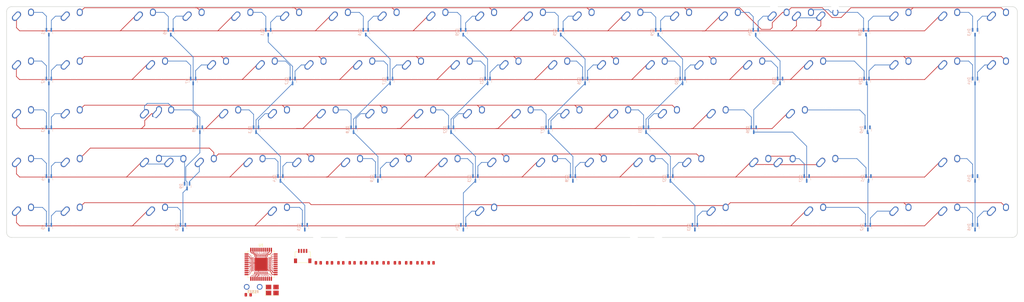
<source format=kicad_pcb>
(kicad_pcb (version 20210824) (generator pcbnew)
  (layers (0 "F.Cu" signal) (31 "B.Cu" signal) (34 "B.Paste" user) (35 "F.Paste" user) (36 "B.SilkS" user "B.Silkscreen") (37 "F.SilkS" user "F.Silkscreen") (38 "B.Mask" user) (39 "F.Mask" user) (44 "Edge.Cuts" user))
  (net 0 "")
  (net 1 "+5V")
  (net 2 "GND")
  (net 3 "Net-(C5-Pad2)")
  (net 4 "Net-(C6-Pad2)")
  (net 5 "Net-(C8-Pad2)")
  (net 6 "Net-(D1-Pad1)")
  (net 7 "Net-(D1-Pad2)")
  (net 8 "C0")
  (net 9 "Net-(D2-Pad1)")
  (net 10 "Net-(D2-Pad2)")
  (net 11 "Net-(D3-Pad1)")
  (net 12 "Net-(D3-Pad2)")
  (net 13 "Net-(D4-Pad1)")
  (net 14 "Net-(D4-Pad2)")
  (net 15 "Net-(D5-Pad1)")
  (net 16 "Net-(D5-Pad2)")
  (net 17 "Net-(D6-Pad1)")
  (net 18 "Net-(D6-Pad2)")
  (net 19 "C1")
  (net 20 "Net-(D7-Pad1)")
  (net 21 "Net-(D7-Pad2)")
  (net 22 "Net-(D8-Pad1)")
  (net 24 "Net-(D9-Pad1)")
  (net 25 "Net-(D9-Pad2)")
  (net 26 "Net-(D10-Pad1)")
  (net 28 "Net-(D11-Pad1)")
  (net 29 "Net-(D11-Pad2)")
  (net 30 "C2")
  (net 31 "Net-(D12-Pad1)")
  (net 32 "Net-(D12-Pad2)")
  (net 33 "Net-(D13-Pad1)")
  (net 34 "Net-(D13-Pad2)")
  (net 35 "Net-(D14-Pad1)")
  (net 36 "Net-(D14-Pad2)")
  (net 37 "Net-(D15-Pad1)")
  (net 39 "Net-(D16-Pad1)")
  (net 40 "Net-(D16-Pad2)")
  (net 41 "C3")
  (net 42 "Net-(D17-Pad1)")
  (net 43 "Net-(D17-Pad2)")
  (net 44 "Net-(D18-Pad1)")
  (net 45 "Net-(D18-Pad2)")
  (net 46 "Net-(D19-Pad1)")
  (net 47 "Net-(D19-Pad2)")
  (net 48 "Net-(D20-Pad1)")
  (net 49 "Net-(D20-Pad2)")
  (net 50 "C4")
  (net 51 "Net-(D21-Pad1)")
  (net 52 "Net-(D21-Pad2)")
  (net 53 "Net-(D22-Pad1)")
  (net 54 "Net-(D22-Pad2)")
  (net 55 "Net-(D23-Pad1)")
  (net 56 "Net-(D23-Pad2)")
  (net 58 "Net-(D24-Pad2)")
  (net 59 "Net-(D25-Pad1)")
  (net 60 "Net-(D25-Pad2)")
  (net 61 "C5")
  (net 62 "Net-(D26-Pad1)")
  (net 63 "Net-(D26-Pad2)")
  (net 64 "Net-(D27-Pad1)")
  (net 65 "Net-(D27-Pad2)")
  (net 66 "Net-(D28-Pad1)")
  (net 67 "Net-(D28-Pad2)")
  (net 68 "Net-(D29-Pad1)")
  (net 69 "Net-(D29-Pad2)")
  (net 70 "C6")
  (net 71 "Net-(D30-Pad1)")
  (net 72 "Net-(D30-Pad2)")
  (net 73 "Net-(D31-Pad1)")
  (net 74 "Net-(D31-Pad2)")
  (net 75 "Net-(D32-Pad1)")
  (net 76 "Net-(D32-Pad2)")
  (net 78 "Net-(D33-Pad2)")
  (net 79 "Net-(D34-Pad1)")
  (net 80 "Net-(D34-Pad2)")
  (net 81 "C7")
  (net 82 "Net-(D35-Pad1)")
  (net 84 "Net-(D36-Pad1)")
  (net 86 "Net-(D37-Pad1)")
  (net 88 "Net-(D38-Pad1)")
  (net 89 "Net-(D38-Pad2)")
  (net 90 "C8")
  (net 91 "Net-(D39-Pad1)")
  (net 92 "Net-(D39-Pad2)")
  (net 93 "Net-(D40-Pad1)")
  (net 95 "Net-(D41-Pad1)")
  (net 97 "Net-(D42-Pad1)")
  (net 98 "Net-(D42-Pad2)")
  (net 99 "Net-(D43-Pad1)")
  (net 100 "Net-(D43-Pad2)")
  (net 101 "C9")
  (net 102 "Net-(D44-Pad1)")
  (net 103 "Net-(D44-Pad2)")
  (net 104 "Net-(D45-Pad1)")
  (net 106 "Net-(D46-Pad1)")
  (net 107 "Net-(D46-Pad2)")
  (net 108 "D+")
  (net 109 "D-")
  (net 110 "Net-(JP1-Pad2)")
  (net 111 "Net-(R1-Pad2)")
  (net 112 "Net-(R2-Pad2)")
  (net 113 "Net-(R4-Pad1)")
  (net 114 "R0")
  (net 115 "R2")
  (net 116 "R4")
  (net 117 "R6")
  (net 118 "R8")
  (net 119 "R1")
  (net 120 "R3")
  (net 121 "R5")
  (net 122 "R7")
  (net 123 "R9")
  (footprint "FancyHybridPrints:MX-1.5U-NoLED" (layer "F.Cu") (at 61.9375 28.8)
    (fp_text reference "SW12")
    (fp_text value "Tab")
  )
  (footprint "keeb:C_0805_2012Metric" (layer "F.Cu") (at 155.212 102.855)
    (fp_text reference "C2")
    (fp_text value ".1uF")
  )
  (footprint "FancyHybridPrints:MX-1U-NoLED" (layer "F.Cu") (at 28.6 28.8)
    (fp_text reference "SW7")
    (fp_text value "M4")
  )
  (footprint "FancyHybridPrints:MX-1.5U-NoLED" (layer "F.Cu") (at 281.0125 85.95)
    (fp_text reference "SW64")
    (fp_text value "Alt")
  )
  (footprint "keeb:C_0805_2012Metric" (layer "F.Cu") (at 141.982 102.855)
    (fp_text reference "C4")
    (fp_text value ".1uF")
  )
  (footprint "keeb:C_0805_2012Metric" (layer "F.Cu") (at 137.572 102.855)
    (fp_text reference "C1")
    (fp_text value "10uF")
  )
  (footprint "FancyHybridPrints:MX-1U-NoLED" (layer "F.Cu") (at 104.8 28.8)
    (fp_text reference "SW22")
    (fp_text value "W")
  )
  (footprint "FancyHybridPrints:MX-1U-NoLED" (layer "F.Cu") (at 304.825 9.75)
    (fp_text reference "SW70")
    (fp_text value "\\")
  )
  (footprint "FancyHybridPrints:MX-1U-NoLED" (layer "F.Cu") (at 223.8625 47.85)
    (fp_text reference "SW54")
    (fp_text value "K")
  )
  (footprint "FancyHybridPrints:MX-1U-NoLED" (layer "F.Cu") (at 171.475 9.75)
    (fp_text reference "SW38")
    (fp_text value "6")
  )
  (footprint "FancyHybridPrints:MX-1U-NoLED" (layer "F.Cu") (at 209.575 9.75)
    (fp_text reference "SW48")
    (fp_text value "8")
  )
  (footprint "FancyHybridPrints:MX-1U-NoLED" (layer "F.Cu") (at 390.55 85.95)
    (fp_text reference "SW86")
    (fp_text value "Right")
  )
  (footprint "keeb:C_0805_2012Metric" (layer "F.Cu") (at 128.752 102.855)
    (fp_text reference "C7")
    (fp_text value ".1uF")
  )
  (footprint "keeb:R_0805_2012Metric" (layer "F.Cu") (at 159.622 102.855)
    (fp_text reference "R3")
    (fp_text value "10k")
  )
  (footprint "FancyHybridPrints:MX-1U-NoLED" (layer "F.Cu") (at 371.5 66.9)
    (fp_text reference "SW82")
    (fp_text value "Up")
  )
  (footprint "FancyHybridPrints:MX-1U-NoLED" (layer "F.Cu") (at 100.0375 66.9)
    (fp_text reference "SW24")
    (fp_text value "Z")
  )
  (footprint "FancyHybridPrints:MX-1U-NoLED" (layer "F.Cu") (at 76.225 9.75)
    (fp_text reference "SW18")
    (fp_text value "1")
  )
  (footprint "FancyHybridPrints:MX-1U-NoLED" (layer "F.Cu") (at 9.55 28.8)
    (fp_text reference "SW2")
    (fp_text value "M3")
  )
  (footprint "FancyHybridPrints:MX-1U-NoLED" (layer "F.Cu") (at 200.05 28.8)
    (fp_text reference "SW43")
    (fp_text value "U")
  )
  (footprint "FancyHybridPrints:MX-1U-NoLED" (layer "F.Cu") (at 9.55 85.95)
    (fp_text reference "SW5")
    (fp_text value "M9")
  )
  (footprint "FancyHybridPrints:MX-1U-NoLED" (layer "F.Cu") (at 185.7625 47.85)
    (fp_text reference "SW44")
    (fp_text value "H")
  )
  (footprint "keeb:R_0805_2012Metric" (layer "F.Cu") (at 133.162 102.855)
    (fp_text reference "R4")
    (fp_text value "10k")
  )
  (footprint "FancyHybridPrints:MX-7U-ReversedStabilizers-NoLED" (layer "F.Cu") (at 190.525 85.95)
    (fp_text reference "SW47")
    (fp_text value "7u Space")
  )
  (footprint "FancyHybridPrints:MX-1U-NoLED" (layer "F.Cu") (at 295.3 28.8)
    (fp_text reference "SW66")
    (fp_text value "]")
  )
  (footprint "FancyHybridPrints:MX-1U-NoLED" (layer "F.Cu") (at 9.55 66.9)
    (fp_text reference "SW4")
    (fp_text value "M7")
  )
  (footprint "FancyHybridPrints:MX-1U-NoLED" (layer "F.Cu") (at 119.0875 66.9)
    (fp_text reference "SW29")
    (fp_text value "X")
  )
  (footprint "keeb:C_0805_2012Metric" (layer "F.Cu") (at 150.802 102.855)
    (fp_text reference "C6")
    (fp_text value "22pf")
  )
  (footprint "FancyHybridPrints:MX-1U-NoLED" (layer "F.Cu") (at 114.325 9.75)
    (fp_text reference "SW26")
    (fp_text value "3")
  )
  (footprint "keeb:QFN_TQFP-44_Combined" (layer "F.Cu") (at 101.981 103.632)
    (fp_text reference "U1")
    (fp_text value "ATmega32U4-A")
  )
  (footprint "keeb:C_0805_2012Metric" (layer "F.Cu") (at 164.032 102.855)
    (fp_text reference "C8")
    (fp_text value "1uF")
  )
  (footprint "FancyHybridPrints:MX-1U-NoLED" (layer "F.Cu") (at 95.275 9.75)
    (fp_text reference "SW21")
    (fp_text value "2")
  )
  (footprint "FancyHybridPrints:MX-1U-NoLED" (layer "F.Cu") (at 352.45 28.8)
    (fp_text reference "SW78")
    (fp_text value "Delete")
  )
  (footprint "FancyHybridPrints:MX-1.5U-NoLED" (layer "F.Cu") (at 109.5625 85.95)
    (fp_text reference "SW25")
    (fp_text value "Alt")
  )
  (footprint "FancyHybridPrints:MX-1U-NoLED" (layer "F.Cu") (at 323.85 66.9)
    (fp_text reference "SW75")
    (fp_text value "Fn")
  )
  (footprint "FancyHybridPrints:MX-1U-NoLED" (layer "F.Cu") (at 214.3375 66.9)
    (fp_text reference "SW51")
    (fp_text value "M")
  )
  (footprint "keeb:R_0805_2012Metric" (layer "F.Cu") (at 96.961 115.3288)
    (fp_text reference "R1")
    (fp_text value "22")
  )
  (footprint "FancyHybridPrints:MX-1U-NoLED" (layer "F.Cu") (at 176.2375 66.9)
    (fp_text reference "SW41")
    (fp_text value "B")
  )
  (footprint "FancyHybridPrints:MX-1U-NoLED" (layer "F.Cu") (at 80.9875 66.9)
    (fp_text reference "SW20")
    (fp_text value "\\")
  )
  (footprint "FancyHybridPrints:MX-1U-NoLED" (layer "F.Cu") (at 285.775 9.75)
    (fp_text reference "SW65")
    (fp_text value "=")
  )
  (footprint "FancyHybridPrints:MX-1U-NoLED" (layer "F.Cu") (at 128.6125 47.85)
    (fp_text reference "SW32")
    (fp_text value "D")
  )
  (footprint "keeb:C_0805_2012Metric" (layer "F.Cu") (at 146.392 102.855)
    (fp_text reference "C5")
    (fp_text value "22pf")
  )
  (footprint "FancyHybridPrints:MX-1U-NoLED" (layer "F.Cu") (at 123.85 28.8)
    (fp_text reference "SW27")
    (fp_text value "E")
  )
  (footprint "FancyHybridPrints:MX-2U-NoLED" (layer "F.Cu") (at 314.35 9.75)
    (fp_text reference "SW71")
    (fp_text value "2u Back")
  )
  (footprint "FancyHybridPrints:MX-1U-NoLED" (layer "F.Cu") (at 228.625 9.75)
    (fp_text reference "SW52")
    (fp_text value "9")
  )
  (footprint "FancyHybridPrints:MX-1U-NoLED" (layer "F.Cu") (at 247.675 9.75)
    (fp_text reference "SW56")
    (fp_text value "0")
  )
  (footprint "FancyHybridPrints:MX-1.5U-NoLED" (layer "F.Cu") (at 319.1125 85.95)
    (fp_text reference "SW76")
    (fp_text value "Ctrl")
  )
  (footprint "FancyHybridPrints:MX-1U-NoLED" (layer "F.Cu") (at 157.1875 66.9)
    (fp_text reference "SW37")
    (fp_text value "V")
  )
  (footprint "FancyHybridPrints:MX-1U-NoLED" (layer "F.Cu") (at 9.55 9.75)
    (fp_text reference "SW1")
    (fp_text value "M1")
  )
  (footprint "FancyHybridPrints:MX-1U-NoLED" (layer "F.Cu") (at 271.4875 66.9)
    (fp_text reference "SW63")
    (fp_text value "/")
  )
  (footprint "FancyHybridPrints:MX-1.5U-NoLED" (layer "F.Cu") (at 61.9375 85.95)
    (fp_text reference "SW17")
    (fp_text value "Ctrl")
  )
  (footprint "FancyHybridPrints:MX-1U-NoLED" (layer "F.Cu") (at 85.75 28.8)
    (fp_text reference "SW19")
    (fp_text value "Q")
  )
  (footprint "FancyHybridPrints:MX-1U-NoLED" (layer "F.Cu") (at 352.45 85.95)
    (fp_text reference "SW79")
    (fp_text value "Left")
  )
  (footprint "FancyHybridPrints:MX-1U-NoLED" (layer "F.Cu") (at 371.5 85.95)
    (fp_text reference "SW83")
    (fp_text value "Down")
  )
  (footprint "FancyHybridPrints:MX-1.75U-NoLED" (layer "F.Cu") (at 297.68125 66.9)
    (fp_text reference "SW69")
    (fp_text value "1.75u Shift")
  )
  (footprint "FancyHybridPrints:MX-1U-NoLED" (layer "F.Cu") (at 138.1375 66.9)
    (fp_text reference "SW33")
    (fp_text value "C")
  )
  (footprint "keeb:JST-SR-4" (layer "F.Cu") (at 118.237 102.98)
    (fp_text reference "J1")
    (fp_text value "Conn_01x04")
  )
  (footprint "FancyHybridPrints:MX-1.25U-NoLED" (layer "F.Cu") (at 59.55625 47.85)
    (fp_text reference "SW13")
    (fp_text value "Stepped Caps")
  )
  (footprint "FancyHybridPrints:MX-1U-NoLED" (layer "F.Cu") (at 9.55 47.85)
    (fp_text reference "SW3")
    (fp_text value "M5")
  )
  (footprint "FancyHybridPrints:MX-1U-NoLED" (layer "F.Cu") (at 28.6 9.75)
    (fp_text reference "SW6")
    (fp_text value "M2")
  )
  (footprint "FancyHybridPrints:MX-1U-NoLED" (layer "F.Cu") (at 133.375 9.75)
    (fp_text reference "SW30")
    (fp_text value "4")
  )
  (footprint "FancyHybridPrints:MX-1.5U-NoLED" (layer "F.Cu") (at 319.1125 28.8)
    (fp_text reference "SW73")
    (fp_text value "\\")
  )
  (footprint "FancyHybridPrints:MX-1U-NoLED" (layer "F.Cu") (at 352.45 9.75)
    (fp_text reference "SW77")
    (fp_text value "Insert")
  )
  (footprint "FancyHybridPrints:MX-2.25U-NoLED" (layer "F.Cu") (at 311.96875 47.85)
    (fp_text reference "SW74")
    (fp_text value "Enter")
  )
  (footprint "FancyHybridPrints:MX-1U-NoLED" (layer "F.Cu") (at 204.8125 47.85)
    (fp_text reference "SW50")
    (fp_text value "J")
  )
  (footprint "FancyHybridPrints:MX-1U-NoLED" (layer "F.Cu") (at 28.6 47.85)
    (fp_text reference "SW8")
    (fp_text value "M6")
  )
  (footprint "FancyHybridPrints:MX-1U-NoLED" (layer "F.Cu") (at 261.9625 47.85)
    (fp_text reference "SW62")
    (fp_text value ";")
  )
  (footprint "FancyHybridPrints:MX-1U-NoLED" (layer "F.Cu") (at 242.9125 47.85)
    (fp_text reference "SW58")
    (fp_text value "L")
  )
  (footprint "FancyHybridPrints:MX-1U-NoLED" (layer "F.Cu") (at 257.2 28.8)
    (fp_text reference "SW57")
    (fp_text value "P")
  )
  (footprint "FancyHybridPrints:MX-2.75U-NoLED" (layer "F.Cu") (at 307.20625 66.9)
    (fp_text reference "SW68")
    (fp_text value "2.75u Shift")
  )
  (footprint "FancyHybridPrints:MX-1U-NoLED" (layer "F.Cu") (at 390.55 9.75)
    (fp_text reference "SW84")
    (fp_text value "PgUp")
  )
  (footprint "FancyHybridPrints:MX-1U-NoLED" (layer "F.Cu") (at 57.175 9.75)
    (fp_text reference "SW11")
    (fp_text value "`")
  )
  (footprint "FancyHybridPrints:MX-1U-NoLED" (layer "F.Cu") (at 266.725 9.75)
    (fp_text reference "SW60")
    (fp_text value "-")
  )
  (footprint "FancyHybridPrints:MX-1U-NoLED" (layer "F.Cu") (at 28.6 66.9)
    (fp_text reference "SW9")
    (fp_text value "M8")
  )
  (footprint "FancyHybridPrints:MX-1U-NoLED" (layer "F.Cu") (at 109.5625 47.85)
    (fp_text reference "SW28")
    (fp_text value "S")
  )
  (footprint "FancyHybridPrints:MX-1U-NoLED" (layer "F.Cu") (at 219.1 28.8)
    (fp_text reference "SW49")
    (fp_text value "I")
  )
  (footprint "FancyHybridPrints:MX-2.25U-NoLED" (layer "F.Cu") (at 69.08125 66.9)
    (fp_text reference "SW15")
    (fp_text value "2.25u Shift")
  )
  (footprint "FancyHybridPrints:MX-1U-NoLED" (layer "F.Cu") (at 390.55 28.8)
    (fp_text reference "SW85")
    (fp_text value "PgDn")
  )
  (footprint "FancyHybridPrints:MX-1U-NoLED" (layer "F.Cu") (at 152.425 9.75)
    (fp_text reference "SW34")
    (fp_text value "5")
  )
  (footprint "keeb:C_0805_2012Metric" (layer "F.Cu") (at 168.442 102.855)
    (fp_text reference "C3")
    (fp_text value ".1uF")
  )
  (footprint "FancyHybridPrints:MX-1U-NoLED" (layer "F.Cu") (at 371.5 9.75)
    (fp_text reference "SW80")
    (fp_text value "Home")
  )
  (footprint "FancyHybridPrints:MX-1U-NoLED" (layer "F.Cu") (at 195.2875 66.9)
    (fp_text reference "SW45")
    (fp_text value "N")
  )
  (footprint "keeb:ResetJumper" (layer "F.Cu") (at 98.896 112.2538)
    (fp_text reference "JP1")
    (fp_text value "Jumper_2_Bridged")
  )
  (footprint "FancyHybridPrints:MX-1.25U-NoLED" (layer "F.Cu") (at 59.55625 66.9)
    (fp_text reference "SW16")
    (fp_text value "1.25u Shift")
  )
  (footprint "FancyHybridPrints:MX-1U-NoLED" (layer "F.Cu") (at 233.3875 66.9)
    (fp_text reference "SW55")
    (fp_text value ",")
  )
  (footprint "FancyHybridPrints:MX-1U-NoLED" (layer "F.Cu") (at 323.875 9.75)
    (fp_text reference "SW72")
    (fp_text value "1u Back")
  )
  (footprint "FancyHybridPrints:MX-1U-NoLED" (layer "F.Cu") (at 238.15 28.8)
    (fp_text reference "SW53")
    (fp_text value "O")
  )
  (footprint "keeb:Crystal_SMD_3225-4Pin_3.2x2.5mm_HandSoldering" (layer "F.Cu") (at 106.361 113.4788)
    (fp_text reference "Y1")
    (fp_text value "Crystal_GND24_Small")
  )
  (footprint "FancyHybridPrints:MX-1U-NoLED" (layer "F.Cu") (at 142.9 28.8)
    (fp_text reference "SW31")
    (fp_text value "R")
  )
  (footprint "FancyHybridPrints:MX-1U-NoLED" (layer "F.Cu") (at 281.0125 47.85)
    (fp_text reference "SW67")
    (fp_text value "'")
  )
  (footprint "keeb:R_0805_2012Metric" (layer "F.Cu") (at 124.342 102.855)
    (fp_text reference "R2")
    (fp_text value "22")
  )
  (footprint "FancyHybridPrints:MX-1U-NoLED" (layer "F.Cu") (at 181 28.8)
    (fp_text reference "SW39")
    (fp_text value "Y")
  )
  (footprint "FancyHybridPrints:MX-1U-NoLED" (layer "F.Cu") (at 166.7125 47.85)
    (fp_text reference "SW40")
    (fp_text value "G")
  )
  (footprint "FancyHybridPrints:MX-1U-NoLED" (layer "F.Cu") (at 371.5 28.8)
    (fp_text reference "SW81")
    (fp_text value "End")
  )
  (footprint "FancyHybridPrints:MX-1U-NoLED" (layer "F.Cu") (at 276.25 28.8)
    (fp_text reference "SW61")
    (fp_text value "[")
  )
  (footprint "FancyHybridPrints:MX-1.75U-NoLED" (layer "F.Cu") (at 64.31875 47.85)
    (fp_text reference "SW14")
    (fp_text value "Capslock")
  )
  (footprint "FancyHybridPrints:MX-1U-NoLED" (layer "F.Cu") (at 161.95 28.8)
    (fp_text reference "SW35")
    (fp_text value "T")
  )
  (footprint "FancyHybridPrints:MX-8U-ReversedStabilizers-NoLED" (layer "F.Cu") (at 190.525 85.95)
    (fp_text reference "SW46")
    (fp_text value "10u Space")
  )
  (footprint "FancyHybridPrints:MX-1U-NoLED" (layer "F.Cu") (at 90.5125 47.85)
    (fp_text reference "SW23")
    (fp_text value "A")
  )
  (footprint "FancyHybridPrints:MX-1U-NoLED" (layer "F.Cu") (at 252.4375 66.9)
    (fp_text reference "SW59")
    (fp_text value ".")
  )
  (footprint "FancyHybridPrints:MX-1U-NoLED" (layer "F.Cu") (at 147.6625 47.85)
    (fp_text reference "SW36")
    (fp_text value "F")
  )
  (footprint "FancyHybridPrints:MX-1U-NoLED" (layer "F.Cu") (at 190.525 9.75)
    (fp_text reference "SW42")
    (fp_text value "7")
  )
  (footprint "FancyHybridPrints:MX-1U-NoLED" (layer "F.Cu") (at 28.6 85.95)
    (fp_text reference "SW10")
    (fp_text value "M10")
  )
  (footprint "Package_TO_SOT_SMD:SOT-23" (layer "B.Cu") (at 339.35 69.9 -90)
    (fp_text reference "D41")
    (fp_text value "BAV70")
  )
  (footprint "Package_TO_SOT_SMD:SOT-23" (layer "B.Cu") (at 109.5375 69.9 -90)
    (fp_text reference "D14")
    (fp_text value "BAV70")
  )
  (footprint "Package_TO_SOT_SMD:SOT-23" (layer "B.Cu") (at 219.075 12.75 -90)
    (fp_text reference "D25")
    (fp_text value "BAV70")
  )
  (footprint "Package_TO_SOT_SMD:SOT-23" (layer "B.Cu") (at 381 69.9 -90)
    (fp_text reference "D45")
    (fp_text value "BAV70")
  )
  (footprint "Package_TO_SOT_SMD:SOT-23" (layer "B.Cu") (at 266.7 31.8 -90)
    (fp_text reference "D30")
    (fp_text value "BAV70")
  )
  (footprint "Package_TO_SOT_SMD:SOT-23" (layer "B.Cu") (at 78.05625 50.85 -90)
    (fp_text reference "D8")
    (fp_text value "BAV70")
  )
  (footprint "Package_TO_SOT_SMD:SOT-23" (layer "B.Cu") (at 295.275 12.75 -90)
    (fp_text reference "D34")
    (fp_text value "BAV70")
  )
  (footprint "Package_TO_SOT_SMD:SOT-23" (layer "B.Cu") (at 142.875 12.75 -90)
    (fp_text reference "D16")
    (fp_text value "BAV70")
  )
  (footprint "Package_TO_SOT_SMD:SOT-23" (layer "B.Cu") (at 19.05 12.75 -90)
    (fp_text reference "D1")
    (fp_text value "BAV70")
  )
  (footprint "Package_TO_SOT_SMD:SOT-23" (layer "B.Cu") (at 66.675 12.75 -90)
    (fp_text reference "D6")
    (fp_text value "BAV70")
  )
  (footprint "Package_TO_SOT_SMD:SOT-23" (layer "B.Cu") (at 338.96875 50.85 -90)
    (fp_text reference "D40")
    (fp_text value "BAV70")
  )
  (footprint "Package_TO_SOT_SMD:SOT-23" (layer "B.Cu") (at 261.9375 69.9 -90)
    (fp_text reference "D32")
    (fp_text value "BAV70")
  )
  (footprint "Package_TO_SOT_SMD:SOT-23" (layer "B.Cu") (at 338.6125 31.8 -90)
    (fp_text reference "D39")
    (fp_text value "BAV70")
  )
  (footprint "Package_TO_SOT_SMD:SOT-23" (layer "B.Cu") (at 138.1125 50.85 -90)
    (fp_text reference "D18")
    (fp_text value "BAV70")
  )
  (footprint "Package_TO_SOT_SMD:SOT-23" (layer "B.Cu") (at 114.3 31.8 -90)
    (fp_text reference "D12")
    (fp_text value "BAV70")
  )
  (footprint "Package_TO_SOT_SMD:SOT-23" (layer "B.Cu") (at 176.2125 50.85 -90)
    (fp_text reference "D22")
    (fp_text value "BAV70")
  )
  (footprint "Package_TO_SOT_SMD:SOT-23" (layer "B.Cu") (at 73.05625 72.9 -90)
    (fp_text reference "D9")
    (fp_text value "BAV70")
  )
  (footprint "Package_TO_SOT_SMD:SOT-23" (layer "B.Cu") (at 315.20625 69.9 -90)
    (fp_text reference "D37")
    (fp_text value "BAV70")
  )
  (footprint "Package_TO_SOT_SMD:SOT-23" (layer "B.Cu") (at 339.1125 88.95 -90)
    (fp_text reference "D42")
    (fp_text value "BAV70")
  )
  (footprint "Package_TO_SOT_SMD:SOT-23" (layer "B.Cu") (at 381 88.95 -90)
    (fp_text reference "D46")
    (fp_text value "BAV70")
  )
  (footprint "Package_TO_SOT_SMD:SOT-23" (layer "B.Cu") (at 257.175 12.75 -90)
    (fp_text reference "D29")
    (fp_text value "BAV70")
  )
  (footprint "Package_TO_SOT_SMD:SOT-23" (layer "B.Cu") (at 381 31.8 -90)
    (fp_text reference "D44")
    (fp_text value "BAV70")
  )
  (footprint "Package_TO_SOT_SMD:SOT-23" (layer "B.Cu") (at 181.025 88.95 -90)
    (fp_text reference "D24")
    (fp_text value "BAV70")
  )
  (footprint "Package_TO_SOT_SMD:SOT-23" (layer "B.Cu") (at 338.375 12.75 -90)
    (fp_text reference "D38")
    (fp_text value "BAV70")
  )
  (footprint "Package_TO_SOT_SMD:SOT-23" (layer "B.Cu") (at 104.775 12.75 -90)
    (fp_text reference "D11")
    (fp_text value "BAV70")
  )
  (footprint "Package_TO_SOT_SMD:SOT-23" (layer "B.Cu") (at 147.6375 69.9 -90)
    (fp_text reference "D19")
    (fp_text value "BAV70")
  )
  (footprint "Package_TO_SOT_SMD:SOT-23" (layer "B.Cu") (at 119.0625 88.95 -90)
    (fp_text reference "D15")
    (fp_text value "BAV70")
  )
  (footprint "Package_TO_SOT_SMD:SOT-23" (layer "B.Cu") (at 214.3125 50.85 -90)
    (fp_text reference "D27")
    (fp_text value "BAV70")
  )
  (footprint "Package_TO_SOT_SMD:SOT-23" (layer "B.Cu") (at 71.4375 88.95 -90)
    (fp_text reference "D10")
    (fp_text value "BAV70")
  )
  (footprint "Package_TO_SOT_SMD:SOT-23" (layer "B.Cu") (at 100.0125 50.85 -90)
    (fp_text reference "D13")
    (fp_text value "BAV70")
  )
  (footprint "Package_TO_SOT_SMD:SOT-23" (layer "B.Cu") (at 304.8 31.8 -90)
    (fp_text reference "D35")
    (fp_text value "BAV70")
  )
  (footprint "Package_TO_SOT_SMD:SOT-23" (layer "B.Cu") (at 190.5 31.8 -90)
    (fp_text reference "D21")
    (fp_text value "BAV70")
  )
  (footprint "Package_TO_SOT_SMD:SOT-23" (layer "B.Cu") (at 19.05 69.9 -90)
    (fp_text reference "D4")
    (fp_text value "BAV70")
  )
  (footprint "Package_TO_SOT_SMD:SOT-23" (layer "B.Cu") (at 19.05 88.95 -90)
    (fp_text reference "D5")
    (fp_text value "BAV70")
  )
  (footprint "Package_TO_SOT_SMD:SOT-23" (layer "B.Cu") (at 19.05 31.8 -90)
    (fp_text reference "D2")
    (fp_text value "BAV70")
  )
  (footprint "Package_TO_SOT_SMD:SOT-23" (layer "B.Cu") (at 381 12.75 -90)
    (fp_text reference "D43")
    (fp_text value "BAV70")
  )
  (footprint "Package_TO_SOT_SMD:SOT-23" (layer "B.Cu") (at 152.4 31.8 -90)
    (fp_text reference "D17")
    (fp_text value "BAV70")
  )
  (footprint "Package_TO_SOT_SMD:SOT-23" (layer "B.Cu") (at 185.7375 69.9 -90)
    (fp_text reference "D23")
    (fp_text value "BAV70")
  )
  (footprint "Package_TO_SOT_SMD:SOT-23" (layer "B.Cu") (at 271.5125 88.95 -90)
    (fp_text reference "D33")
    (fp_text value "BAV70")
  )
  (footprint "Package_TO_SOT_SMD:SOT-23" (layer "B.Cu") (at 75.4375 31.8 -90)
    (fp_text reference "D7")
    (fp_text value "BAV70")
  )
  (footprint "Package_TO_SOT_SMD:SOT-23" (layer "B.Cu") (at 228.6 31.8 -90)
    (fp_text reference "D26")
    (fp_text value "BAV70")
  )
  (footprint "Package_TO_SOT_SMD:SOT-23" (layer "B.Cu") (at 180.975 12.75 -90)
    (fp_text reference "D20")
    (fp_text value "BAV70")
  )
  (footprint "Package_TO_SOT_SMD:SOT-23" (layer "B.Cu") (at 19.05 50.85 -90)
    (fp_text reference "D3")
    (fp_text value "BAV70")
  )
  (footprint "Package_TO_SOT_SMD:SOT-23" (layer "B.Cu") (at 252.4125 50.85 -90)
    (fp_text reference "D31")
    (fp_text value "BAV70")
  )
  (footprint "Package_TO_SOT_SMD:SOT-23" (layer "B.Cu") (at 223.8375 69.9 -90)
    (fp_text reference "D28")
    (fp_text value "BAV70")
  )
  (footprint "Package_TO_SOT_SMD:SOT-23" (layer "B.Cu") (at 294.5125 50.85 -90)
    (fp_text reference "D36")
    (fp_text value "BAV70")
  )
  (gr_line (start 4.525 2.747706) (end 395.525 2.747706) (layer "Edge.Cuts") (width 0.2))
  (gr_line (start 395.525 92.947706) (end 4.524999 92.947706) (layer "Edge.Cuts") (width 0.2))
  (gr_line (start 2.524999 90.947706) (end 2.524999 4.747706) (layer "Edge.Cuts") (width 0.2))
  (gr_arc (start 4.524999 4.747706) (end 4.525 2.747706) (angle -90) (layer "Edge.Cuts") (width 0.2))
  (gr_arc (start 4.524999 90.947706) (end 2.524999 90.947706) (angle -90) (layer "Edge.Cuts") (width 0.2))
  (gr_line (start 397.525 4.747706) (end 397.525 90.947706) (layer "Edge.Cuts") (width 0.2))
  (gr_arc (start 395.525 90.947706) (end 395.525 92.947706) (angle -90) (layer "Edge.Cuts") (width 0.2))
  (gr_arc (start 395.525 4.747706) (end 397.525 4.747706) (angle -90) (layer "Edge.Cuts") (width 0.2))
  (segment (start 18.1 6.5) (end 16.575 4.975) (width 0.25) (layer "B.Cu") (net 6))
  (segment (start 18.1 11.8125) (end 18.1 6.5) (width 0.25) (layer "B.Cu") (net 6))
  (segment (start 16.575 4.975) (end 12.075 4.975) (width 0.25) (layer "B.Cu") (net 6))
  (segment (start 20 11.8125) (end 20 8.1) (width 0.25) (layer "B.Cu") (net 7))
  (segment (start 20 8.1) (end 21.625 6.475) (width 0.25) (layer "B.Cu") (net 7))
  (segment (start 21.625 6.475) (end 25.45 6.475) (width 0.25) (layer "B.Cu") (net 7))
  (segment (start 19.05 89.8875) (end 19.05 70.8375) (width 0.25) (layer "B.Cu") (net 8))
  (segment (start 19.05 51.7875) (end 19.05 70.8375) (width 0.25) (layer "B.Cu") (net 8))
  (segment (start 19.05 32.7375) (end 19.05 51.7875) (width 0.25) (layer "B.Cu") (net 8))
  (segment (start 19.05 13.6875) (end 19.05 32.7375) (width 0.25) (layer "B.Cu") (net 8))
  (segment (start 18.1 30.8625) (end 18.1 25.85) (width 0.25) (layer "B.Cu") (net 9))
  (segment (start 18.1 25.85) (end 16.275 24.025) (width 0.25) (layer "B.Cu") (net 9))
  (segment (start 16.275 24.025) (end 12.075 24.025) (width 0.25) (layer "B.Cu") (net 9))
  (segment (start 20 30.8625) (end 20 27.65) (width 0.25) (layer "B.Cu") (net 10))
  (segment (start 20 27.65) (end 22.125 25.525) (width 0.25) (layer "B.Cu") (net 10))
  (segment (start 22.125 25.525) (end 25.45 25.525) (width 0.25) (layer "B.Cu") (net 10))
  (segment (start 16.975 43.075) (end 12.075 43.075) (width 0.25) (layer "B.Cu") (net 11))
  (segment (start 18.1 44.2) (end 16.975 43.075) (width 0.25) (layer "B.Cu") (net 11))
  (segment (start 18.1 49.9125) (end 18.1 44.2) (width 0.25) (layer "B.Cu") (net 11))
  (segment (start 20 45.95) (end 21.375 44.575) (width 0.25) (layer "B.Cu") (net 12))
  (segment (start 20 49.9125) (end 20 45.95) (width 0.25) (layer "B.Cu") (net 12))
  (segment (start 21.375 44.575) (end 25.45 44.575) (width 0.25) (layer "B.Cu") (net 12))
  (segment (start 18.1 64) (end 16.225 62.125) (width 0.25) (layer "B.Cu") (net 13))
  (segment (start 18.1 68.9625) (end 18.1 64) (width 0.25) (layer "B.Cu") (net 13))
  (segment (start 16.225 62.125) (end 12.075 62.125) (width 0.25) (layer "B.Cu") (net 13))
  (segment (start 21.475 63.625) (end 25.45 63.625) (width 0.25) (layer "B.Cu") (net 14))
  (segment (start 20 65.1) (end 21.475 63.625) (width 0.25) (layer "B.Cu") (net 14))
  (segment (start 20 68.9625) (end 20 65.1) (width 0.25) (layer "B.Cu") (net 14))
  (segment (start 16.525 81.175) (end 12.075 81.175) (width 0.25) (layer "B.Cu") (net 15))
  (segment (start 18.1 88.0125) (end 18.1 82.75) (width 0.25) (layer "B.Cu") (net 15))
  (segment (start 18.1 82.75) (end 16.525 81.175) (width 0.25) (layer "B.Cu") (net 15))
  (segment (start 20 88.0125) (end 20 84.5) (width 0.25) (layer "B.Cu") (net 16))
  (segment (start 20 84.5) (end 21.825 82.675) (width 0.25) (layer "B.Cu") (net 16))
  (segment (start 21.825 82.675) (end 25.45 82.675) (width 0.25) (layer "B.Cu") (net 16))
  (segment (start 65.725 11.8125) (end 65.725 6.625) (width 0.25) (layer "B.Cu") (net 17))
  (segment (start 64.075 4.975) (end 59.7 4.975) (width 0.25) (layer "B.Cu") (net 17))
  (segment (start 65.725 6.625) (end 64.075 4.975) (width 0.25) (layer "B.Cu") (net 17))
  (segment (start 67.625 11.8125) (end 67.625 7.625) (width 0.25) (layer "B.Cu") (net 18))
  (segment (start 67.625 7.625) (end 68.775 6.475) (width 0.25) (layer "B.Cu") (net 18))
  (segment (start 68.775 6.475) (end 73.075 6.475) (width 0.25) (layer "B.Cu") (net 18))
  (segment (start 73.05625 73.8375) (end 73.05625 71.25048) (width 0.25) (layer "B.Cu") (net 19))
  (segment (start 78.05625 45.920533) (end 78.05625 51.7875) (width 0.25) (layer "B.Cu") (net 19))
  (segment (start 72.55577 70.75) (end 72.55577 65.34423) (width 0.25) (layer "B.Cu") (net 19))
  (segment (start 75.4375 43.301782) (end 78.05625 45.920533) (width 0.25) (layer "B.Cu") (net 19))
  (segment (start 75.4375 32.7375) (end 75.4375 22.45) (width 0.25) (layer "B.Cu") (net 19))
  (segment (start 78.05625 59.84375) (end 78.05625 51.7875) (width 0.25) (layer "B.Cu") (net 19))
  (segment (start 72.55577 65.34423) (end 78.05625 59.84375) (width 0.25) (layer "B.Cu") (net 19))
  (segment (start 73.05625 71.25048) (end 72.55577 70.75) (width 0.25) (layer "B.Cu") (net 19))
  (segment (start 71.4375 75.45625) (end 71.4375 89.8875) (width 0.25) (layer "B.Cu") (net 19))
  (segment (start 75.4375 22.45) (end 66.675 13.6875) (width 0.25) (layer "B.Cu") (net 19))
  (segment (start 73.05625 73.8375) (end 71.4375 75.45625) (width 0.25) (layer "B.Cu") (net 19))
  (segment (start 75.4375 32.7375) (end 75.4375 43.301782) (width 0.25) (layer "B.Cu") (net 19))
  (segment (start 74.4875 30.8625) (end 74.4875 25.7375) (width 0.25) (layer "B.Cu") (net 20))
  (segment (start 72.775 24.025) (end 64.4625 24.025) (width 0.25) (layer "B.Cu") (net 20))
  (segment (start 74.4875 25.7375) (end 72.775 24.025) (width 0.25) (layer "B.Cu") (net 20))
  (segment (start 76.3875 30.8625) (end 76.3875 27.7625) (width 0.25) (layer "B.Cu") (net 21))
  (segment (start 76.3875 27.7625) (end 78.625 25.525) (width 0.25) (layer "B.Cu") (net 21))
  (segment (start 78.625 25.525) (end 82.6 25.525) (width 0.25) (layer "B.Cu") (net 21))
  (segment (start 77.10625 49.9125) (end 77.10625 45.60625) (width 0.25) (layer "B.Cu") (net 22))
  (segment (start 65.75 40.55) (end 57.5 40.55) (width 0.25) (layer "B.Cu") (net 22))
  (segment (start 56.40625 41.64375) (end 56.40625 44.6) (width 0.25) (layer "B.Cu") (net 22))
  (segment (start 57.5 40.55) (end 56.40625 41.64375) (width 0.25) (layer "B.Cu") (net 22))
  (segment (start 66.84375 41.64375) (end 65.75 40.55) (width 0.25) (layer "B.Cu") (net 22))
  (segment (start 77.10625 45.60625) (end 74.575 43.075) (width 0.25) (layer "B.Cu") (net 22))
  (segment (start 74.575 43.075) (end 66.84375 43.075) (width 0.25) (layer "B.Cu") (net 22))
  (segment (start 66.84375 43.075) (end 66.84375 41.64375) (width 0.25) (layer "B.Cu") (net 22))
  (segment (start 72.10625 62.65) (end 71.60625 62.15) (width 0.25) (layer "B.Cu") (net 24))
  (segment (start 62.08125 62.1) (end 62.96725 61.214) (width 0.25) (layer "B.Cu") (net 24))
  (segment (start 62.96725 61.214) (end 70.67025 61.214) (width 0.25) (layer "B.Cu") (net 24))
  (segment (start 70.67025 61.214) (end 71.60625 62.15) (width 0.25) (layer "B.Cu") (net 24))
  (segment (start 72.10625 71.9625) (end 72.10625 62.65) (width 0.25) (layer "B.Cu") (net 24))
  (segment (start 74.00625 71.06875) (end 74.00625 71.9625) (width 0.25) (layer "B.Cu") (net 25))
  (segment (start 77.8375 67.2375) (end 74.00625 71.06875) (width 0.25) (layer "B.Cu") (net 25))
  (segment (start 77.8375 67.2375) (end 77.8375 63.625) (width 0.25) (layer "B.Cu") (net 25))
  (segment (start 70.4875 82.3875) (end 69.275 81.175) (width 0.25) (layer "B.Cu") (net 26))
  (segment (start 70.4875 88.0125) (end 70.4875 82.3875) (width 0.25) (layer "B.Cu") (net 26))
  (segment (start 69.275 81.175) (end 64.4625 81.175) (width 0.25) (layer "B.Cu") (net 26))
  (segment (start 102.225 4.975) (end 97.8 4.975) (width 0.25) (layer "B.Cu") (net 28))
  (segment (start 103.825 6.575) (end 102.225 4.975) (width 0.25) (layer "B.Cu") (net 28))
  (segment (start 103.825 11.8125) (end 103.825 6.575) (width 0.25) (layer "B.Cu") (net 28))
  (segment (start 105.725 8.825) (end 108.075 6.475) (width 0.25) (layer "B.Cu") (net 29))
  (segment (start 105.725 11.8125) (end 105.725 8.825) (width 0.25) (layer "B.Cu") (net 29))
  (segment (start 108.075 6.475) (end 111.175 6.475) (width 0.25) (layer "B.Cu") (net 29))
  (segment (start 119.0625 80.3625) (end 119.0625 89.8875) (width 0.25) (layer "B.Cu") (net 30))
  (segment (start 100.0125 51.7875) (end 109.5375 61.3125) (width 0.25) (layer "B.Cu") (net 30))
  (segment (start 109.5375 61.3125) (end 109.5375 70.8375) (width 0.25) (layer "B.Cu") (net 30))
  (segment (start 114.3 26.114282) (end 114.3 32.7375) (width 0.25) (layer "B.Cu") (net 30))
  (segment (start 104.775 16.589282) (end 114.3 26.114282) (width 0.25) (layer "B.Cu") (net 30))
  (segment (start 109.5375 70.8375) (end 119.0625 80.3625) (width 0.25) (layer "B.Cu") (net 30))
  (segment (start 104.775 13.6875) (end 104.775 16.589282) (width 0.25) (layer "B.Cu") (net 30))
  (segment (start 114.3 32.7375) (end 100.0125 47.025) (width 0.25) (layer "B.Cu") (net 30))
  (segment (start 100.0125 47.025) (end 100.0125 51.7875) (width 0.25) (layer "B.Cu") (net 30))
  (segment (start 111.575 24.025) (end 107.325 24.025) (width 0.25) (layer "B.Cu") (net 31))
  (segment (start 113.35 30.8625) (end 113.35 25.8) (width 0.25) (layer "B.Cu") (net 31))
  (segment (start 113.35 25.8) (end 111.575 24.025) (width 0.25) (layer "B.Cu") (net 31))
  (segment (start 117.675 25.525) (end 120.7 25.525) (width 0.25) (layer "B.Cu") (net 32))
  (segment (start 115.25 30.8625) (end 115.25 27.95) (width 0.25) (layer "B.Cu") (net 32))
  (segment (start 115.25 27.95) (end 117.675 25.525) (width 0.25) (layer "B.Cu") (net 32))
  (segment (start 97.275 43.075) (end 93.0375 43.075) (width 0.25) (layer "B.Cu") (net 33))
  (segment (start 99.0625 49.9125) (end 99.0625 44.8625) (width 0.25) (layer "B.Cu") (net 33))
  (segment (start 99.0625 44.8625) (end 97.275 43.075) (width 0.25) (layer "B.Cu") (net 33))
  (segment (start 100.9625 47.1375) (end 103.525 44.575) (width 0.25) (layer "B.Cu") (net 34))
  (segment (start 100.9625 49.9125) (end 100.9625 47.1375) (width 0.25) (layer "B.Cu") (net 34))
  (segment (start 103.525 44.575) (end 106.4125 44.575) (width 0.25) (layer "B.Cu") (net 34))
  (segment (start 108.5875 63.3375) (end 107.375 62.125) (width 0.25) (layer "B.Cu") (net 35))
  (segment (start 108.5875 68.9625) (end 108.5875 63.3375) (width 0.25) (layer "B.Cu") (net 35))
  (segment (start 107.375 62.125) (end 102.5625 62.125) (width 0.25) (layer "B.Cu") (net 35))
  (segment (start 111.975 63.625) (end 115.9375 63.625) (width 0.25) (layer "B.Cu") (net 36))
  (segment (start 110.4875 68.9625) (end 110.4875 65.1125) (width 0.25) (layer "B.Cu") (net 36))
  (segment (start 110.4875 65.1125) (end 111.975 63.625) (width 0.25) (layer "B.Cu") (net 36))
  (segment (start 118.1125 88.0125) (end 118.1125 82.3125) (width 0.25) (layer "B.Cu") (net 37))
  (segment (start 118.1125 82.3125) (end 116.975 81.175) (width 0.25) (layer "B.Cu") (net 37))
  (segment (start 116.975 81.175) (end 112.0875 81.175) (width 0.25) (layer "B.Cu") (net 37))
  (segment (start 141.925 11.8125) (end 141.925 6.525) (width 0.25) (layer "B.Cu") (net 39))
  (segment (start 140.375 4.975) (end 135.9 4.975) (width 0.25) (layer "B.Cu") (net 39))
  (segment (start 141.925 6.525) (end 140.375 4.975) (width 0.25) (layer "B.Cu") (net 39))
  (segment (start 145.925 6.475) (end 149.275 6.475) (width 0.25) (layer "B.Cu") (net 40))
  (segment (start 143.825 8.575) (end 145.925 6.475) (width 0.25) (layer "B.Cu") (net 40))
  (segment (start 143.825 11.8125) (end 143.825 8.575) (width 0.25) (layer "B.Cu") (net 40))
  (segment (start 152.4 23.2125) (end 152.4 32.7375) (width 0.25) (layer "B.Cu") (net 41))
  (segment (start 142.875 13.6875) (end 152.4 23.2125) (width 0.25) (layer "B.Cu") (net 41))
  (segment (start 138.1125 46.701782) (end 138.1125 51.7875) (width 0.25) (layer "B.Cu") (net 41))
  (segment (start 138.1125 51.7875) (end 147.6375 61.3125) (width 0.25) (layer "B.Cu") (net 41))
  (segment (start 152.076782 32.7375) (end 138.1125 46.701782) (width 0.25) (layer "B.Cu") (net 41))
  (segment (start 152.4 32.7375) (end 152.076782 32.7375) (width 0.25) (layer "B.Cu") (net 41))
  (segment (start 147.6375 61.3125) (end 147.6375 70.8375) (width 0.25) (layer "B.Cu") (net 41))
  (segment (start 151.45 30.8625) (end 151.45 25.55) (width 0.25) (layer "B.Cu") (net 42))
  (segment (start 151.45 25.55) (end 149.925 24.025) (width 0.25) (layer "B.Cu") (net 42))
  (segment (start 149.925 24.025) (end 145.425 24.025) (width 0.25) (layer "B.Cu") (net 42))
  (segment (start 154.925 25.525) (end 158.8 25.525) (width 0.25) (layer "B.Cu") (net 43))
  (segment (start 153.35 27.1) (end 154.925 25.525) (width 0.25) (layer "B.Cu") (net 43))
  (segment (start 153.35 30.8625) (end 153.35 27.1) (width 0.25) (layer "B.Cu") (net 43))
  (segment (start 137.1625 44.6625) (end 135.575 43.075) (width 0.25) (layer "B.Cu") (net 44))
  (segment (start 137.1625 49.9125) (end 137.1625 44.6625) (width 0.25) (layer "B.Cu") (net 44))
  (segment (start 135.575 43.075) (end 131.1375 43.075) (width 0.25) (layer "B.Cu") (net 44))
  (segment (start 139.0625 46.3875) (end 140.875 44.575) (width 0.25) (layer "B.Cu") (net 45))
  (segment (start 140.875 44.575) (end 144.5125 44.575) (width 0.25) (layer "B.Cu") (net 45))
  (segment (start 139.0625 49.9125) (end 139.0625 46.3875) (width 0.25) (layer "B.Cu") (net 45))
  (segment (start 146.6875 68.9625) (end 146.6875 63.4375) (width 0.25) (layer "B.Cu") (net 46))
  (segment (start 146.6875 63.4375) (end 145.375 62.125) (width 0.25) (layer "B.Cu") (net 46))
  (segment (start 145.375 62.125) (end 140.6625 62.125) (width 0.25) (layer "B.Cu") (net 46))
  (segment (start 150.925 63.625) (end 154.0375 63.625) (width 0.25) (layer "B.Cu") (net 47))
  (segment (start 148.5875 65.9625) (end 150.925 63.625) (width 0.25) (layer "B.Cu") (net 47))
  (segment (start 148.5875 68.9625) (end 148.5875 65.9625) (width 0.25) (layer "B.Cu") (net 47))
  (segment (start 180.025 6.325) (end 178.675 4.975) (width 0.25) (layer "B.Cu") (net 48))
  (segment (start 180.025 11.8125) (end 180.025 6.325) (width 0.25) (layer "B.Cu") (net 48))
  (segment (start 178.675 4.975) (end 174 4.975) (width 0.25) (layer "B.Cu") (net 48))
  (segment (start 181.925 11.8125) (end 181.925 9.075) (width 0.25) (layer "B.Cu") (net 49))
  (segment (start 184.525 6.475) (end 187.375 6.475) (width 0.25) (layer "B.Cu") (net 49))
  (segment (start 181.925 9.075) (end 184.525 6.475) (width 0.25) (layer "B.Cu") (net 49))
  (segment (start 190.5 32.7375) (end 190.200001 32.7375) (width 0.25) (layer "B.Cu") (net 50))
  (segment (start 176.2125 46.725001) (end 176.2125 51.7875) (width 0.25) (layer "B.Cu") (net 50))
  (segment (start 190.200001 32.7375) (end 176.2125 46.725001) (width 0.25) (layer "B.Cu") (net 50))
  (segment (start 185.7375 61.3125) (end 185.7375 70.8375) (width 0.25) (layer "B.Cu") (net 50))
  (segment (start 190.5 23.2125) (end 190.5 32.7375) (width 0.25) (layer "B.Cu") (net 50))
  (segment (start 185.7375 70.8375) (end 181.025 75.55) (width 0.25) (layer "B.Cu") (net 50))
  (segment (start 181.025 75.55) (end 181.025 89.8875) (width 0.25) (layer "B.Cu") (net 50))
  (segment (start 180.975 13.6875) (end 190.5 23.2125) (width 0.25) (layer "B.Cu") (net 50))
  (segment (start 176.2125 51.7875) (end 185.7375 61.3125) (width 0.25) (layer "B.Cu") (net 50))
  (segment (start 189.55 25.8) (end 187.775 24.025) (width 0.25) (layer "B.Cu") (net 51))
  (segment (start 189.55 30.8625) (end 189.55 25.8) (width 0.25) (layer "B.Cu") (net 51))
  (segment (start 187.775 24.025) (end 183.525 24.025) (width 0.25) (layer "B.Cu") (net 51))
  (segment (start 194.375 25.525) (end 196.9 25.525) (width 0.25) (layer "B.Cu") (net 52))
  (segment (start 191.45 28.45) (end 194.375 25.525) (width 0.25) (layer "B.Cu") (net 52))
  (segment (start 191.45 30.8625) (end 191.45 28.45) (width 0.25) (layer "B.Cu") (net 52))
  (segment (start 175.2625 45.2625) (end 173.075 43.075) (width 0.25) (layer "B.Cu") (net 53))
  (segment (start 175.2625 49.9125) (end 175.2625 45.2625) (width 0.25) (layer "B.Cu") (net 53))
  (segment (start 173.075 43.075) (end 169.2375 43.075) (width 0.25) (layer "B.Cu") (net 53))
  (segment (start 177.1625 46.5375) (end 179.125 44.575) (width 0.25) (layer "B.Cu") (net 54))
  (segment (start 179.125 44.575) (end 182.6125 44.575) (width 0.25) (layer "B.Cu") (net 54))
  (segment (start 177.1625 49.9125) (end 177.1625 46.5375) (width 0.25) (layer "B.Cu") (net 54))
  (segment (start 184.7875 64.2375) (end 182.675 62.125) (width 0.25) (layer "B.Cu") (net 55))
  (segment (start 184.7875 68.9625) (end 184.7875 64.2375) (width 0.25) (layer "B.Cu") (net 55))
  (segment (start 182.675 62.125) (end 178.7625 62.125) (width 0.25) (layer "B.Cu") (net 55))
  (segment (start 186.6875 68.9625) (end 186.6875 65.0625) (width 0.25) (layer "B.Cu") (net 56))
  (segment (start 188.125 63.625) (end 192.1375 63.625) (width 0.25) (layer "B.Cu") (net 56))
  (segment (start 186.6875 65.0625) (end 188.125 63.625) (width 0.25) (layer "B.Cu") (net 56))
  (segment (start 184.325 82.675) (end 187.375 82.675) (width 0.25) (layer "B.Cu") (net 58))
  (segment (start 181.975 88.0125) (end 181.975 85.025) (width 0.25) (layer "B.Cu") (net 58))
  (segment (start 181.975 85.025) (end 184.325 82.675) (width 0.25) (layer "B.Cu") (net 58))
  (segment (start 216.725 4.975) (end 212.1 4.975) (width 0.25) (layer "B.Cu") (net 59))
  (segment (start 218.125 11.8125) (end 218.125 6.375) (width 0.25) (layer "B.Cu") (net 59))
  (segment (start 218.125 6.375) (end 216.725 4.975) (width 0.25) (layer "B.Cu") (net 59))
  (segment (start 220.025 8.475) (end 222.025 6.475) (width 0.25) (layer "B.Cu") (net 60))
  (segment (start 222.025 6.475) (end 225.475 6.475) (width 0.25) (layer "B.Cu") (net 60))
  (segment (start 220.025 11.8125) (end 220.025 8.475) (width 0.25) (layer "B.Cu") (net 60))
  (segment (start 214.3125 47.025) (end 214.3125 51.7875) (width 0.25) (layer "B.Cu") (net 61))
  (segment (start 219.075 13.6875) (end 228.6 23.2125) (width 0.25) (layer "B.Cu") (net 61))
  (segment (start 223.8375 61.3125) (end 223.8375 70.8375) (width 0.25) (layer "B.Cu") (net 61))
  (segment (start 214.3125 51.7875) (end 223.8375 61.3125) (width 0.25) (layer "B.Cu") (net 61))
  (segment (start 228.6 32.7375) (end 214.3125 47.025) (width 0.25) (layer "B.Cu") (net 61))
  (segment (start 228.6 23.2125) (end 228.6 32.7375) (width 0.25) (layer "B.Cu") (net 61))
  (segment (start 225.275 24.025) (end 221.625 24.025) (width 0.25) (layer "B.Cu") (net 62))
  (segment (start 227.65 30.8625) (end 227.65 26.4) (width 0.25) (layer "B.Cu") (net 62))
  (segment (start 227.65 26.4) (end 225.275 24.025) (width 0.25) (layer "B.Cu") (net 62))
  (segment (start 229.55 30.8625) (end 229.55 27.75) (width 0.25) (layer "B.Cu") (net 63))
  (segment (start 231.775 25.525) (end 235 25.525) (width 0.25) (layer "B.Cu") (net 63))
  (segment (start 229.55 27.75) (end 231.775 25.525) (width 0.25) (layer "B.Cu") (net 63))
  (segment (start 211.625 43.075) (end 207.3375 43.075) (width 0.25) (layer "B.Cu") (net 64))
  (segment (start 213.3625 49.9125) (end 213.3625 44.8125) (width 0.25) (layer "B.Cu") (net 64))
  (segment (start 213.3625 44.8125) (end 211.625 43.075) (width 0.25) (layer "B.Cu") (net 64))
  (segment (start 215.2625 49.9125) (end 215.2625 47.2875) (width 0.25) (layer "B.Cu") (net 65))
  (segment (start 217.975 44.575) (end 220.7125 44.575) (width 0.25) (layer "B.Cu") (net 65))
  (segment (start 215.2625 47.2875) (end 217.975 44.575) (width 0.25) (layer "B.Cu") (net 65))
  (segment (start 222.8875 68.9625) (end 222.8875 64.0375) (width 0.25) (layer "B.Cu") (net 66))
  (segment (start 220.975 62.125) (end 216.8625 62.125) (width 0.25) (layer "B.Cu") (net 66))
  (segment (start 222.8875 64.0375) (end 220.975 62.125) (width 0.25) (layer "B.Cu") (net 66))
  (segment (start 224.7875 68.9625) (end 224.7875 65.5625) (width 0.25) (layer "B.Cu") (net 67))
  (segment (start 224.7875 65.5625) (end 226.725 63.625) (width 0.25) (layer "B.Cu") (net 67))
  (segment (start 226.725 63.625) (end 230.2375 63.625) (width 0.25) (layer "B.Cu") (net 67))
  (segment (start 254.325 4.975) (end 250.2 4.975) (width 0.25) (layer "B.Cu") (net 68))
  (segment (start 256.225 11.8125) (end 256.225 6.875) (width 0.25) (layer "B.Cu") (net 68))
  (segment (start 256.225 6.875) (end 254.325 4.975) (width 0.25) (layer "B.Cu") (net 68))
  (segment (start 258.125 11.8125) (end 258.125 8.175) (width 0.25) (layer "B.Cu") (net 69))
  (segment (start 258.125 8.175) (end 259.825 6.475) (width 0.25) (layer "B.Cu") (net 69))
  (segment (start 259.825 6.475) (end 263.575 6.475) (width 0.25) (layer "B.Cu") (net 69))
  (segment (start 271.5125 80.4125) (end 271.5125 89.8875) (width 0.25) (layer "B.Cu") (net 70))
  (segment (start 266.400001 32.7375) (end 252.4125 46.725001) (width 0.25) (layer "B.Cu") (net 70))
  (segment (start 261.9375 61.3125) (end 261.9375 70.8375) (width 0.25) (layer "B.Cu") (net 70))
  (segment (start 252.4125 46.725001) (end 252.4125 51.7875) (width 0.25) (layer "B.Cu") (net 70))
  (segment (start 261.9375 70.8375) (end 271.5125 80.4125) (width 0.25) (layer "B.Cu") (net 70))
  (segment (start 252.4125 51.7875) (end 261.9375 61.3125) (width 0.25) (layer "B.Cu") (net 70))
  (segment (start 257.175 13.6875) (end 266.7 23.2125) (width 0.25) (layer "B.Cu") (net 70))
  (segment (start 266.7 23.2125) (end 266.7 32.7375) (width 0.25) (layer "B.Cu") (net 70))
  (segment (start 266.7 32.7375) (end 266.400001 32.7375) (width 0.25) (layer "B.Cu") (net 70))
  (segment (start 265.75 26.2) (end 263.575 24.025) (width 0.25) (layer "B.Cu") (net 71))
  (segment (start 265.75 30.8625) (end 265.75 26.2) (width 0.25) (layer "B.Cu") (net 71))
  (segment (start 263.575 24.025) (end 259.725 24.025) (width 0.25) (layer "B.Cu") (net 71))
  (segment (start 267.65 30.8625) (end 267.65 27.65) (width 0.25) (layer "B.Cu") (net 72))
  (segment (start 267.65 27.65) (end 269.775 25.525) (width 0.25) (layer "B.Cu") (net 72))
  (segment (start 269.775 25.525) (end 273.1 25.525) (width 0.25) (layer "B.Cu") (net 72))
  (segment (start 251.4625 45.1125) (end 249.425 43.075) (width 0.25) (layer "B.Cu") (net 73))
  (segment (start 251.4625 49.9125) (end 251.4625 45.1125) (width 0.25) (layer "B.Cu") (net 73))
  (segment (start 249.425 43.075) (end 245.4375 43.075) (width 0.25) (layer "B.Cu") (net 73))
  (segment (start 253.3625 49.9125) (end 253.3625 46.6875) (width 0.25) (layer "B.Cu") (net 74))
  (segment (start 253.3625 46.6875) (end 255.475 44.575) (width 0.25) (layer "B.Cu") (net 74))
  (segment (start 255.475 44.575) (end 258.8125 44.575) (width 0.25) (layer "B.Cu") (net 74))
  (segment (start 260.9875 64.3875) (end 258.725 62.125) (width 0.25) (layer "B.Cu") (net 75))
  (segment (start 258.725 62.125) (end 254.9625 62.125) (width 0.25) (layer "B.Cu") (net 75))
  (segment (start 260.9875 68.9625) (end 260.9875 64.3875) (width 0.25) (layer "B.Cu") (net 75))
  (segment (start 265.225 63.625) (end 268.3375 63.625) (width 0.25) (layer "B.Cu") (net 76))
  (segment (start 262.8875 65.9625) (end 265.225 63.625) (width 0.25) (layer "B.Cu") (net 76))
  (segment (start 262.8875 68.9625) (end 262.8875 65.9625) (width 0.25) (layer "B.Cu") (net 76))
  (segment (start 274.425 82.675) (end 277.8375 82.675) (width 0.25) (layer "B.Cu") (net 78))
  (segment (start 272.4625 84.6375) (end 274.425 82.675) (width 0.25) (layer "B.Cu") (net 78))
  (segment (start 272.4625 88.0125) (end 272.4625 84.6375) (width 0.25) (layer "B.Cu") (net 78))
  (segment (start 294.325 6.675) (end 292.625 4.975) (width 0.25) (layer "B.Cu") (net 79))
  (segment (start 292.625 4.975) (end 288.3 4.975) (width 0.25) (layer "B.Cu") (net 79))
  (segment (start 294.325 11.8125) (end 294.325 6.675) (width 0.25) (layer "B.Cu") (net 79))
  (segment (start 296.225 11.8125) (end 296.225 8.425) (width 0.25) (layer "B.Cu") (net 80))
  (segment (start 298.175 6.475) (end 301.675 6.475) (width 0.25) (layer "B.Cu") (net 80))
  (segment (start 296.225 8.425) (end 298.175 6.475) (width 0.25) (layer "B.Cu") (net 80))
  (segment (start 295.275 14.424999) (end 304.8 23.949999) (width 0.25) (layer "B.Cu") (net 81))
  (segment (start 295.275 13.6875) (end 295.275 14.424999) (width 0.25) (layer "B.Cu") (net 81))
  (segment (start 309.6875 51.7875) (end 315.20625 57.30625) (width 0.25) (layer "B.Cu") (net 81))
  (segment (start 294.5125 43.025) (end 294.5125 51.7875) (width 0.25) (layer "B.Cu") (net 81))
  (segment (start 315.20625 57.30625) (end 315.20625 70.8375) (width 0.25) (layer "B.Cu") (net 81))
  (segment (start 304.8 32.7375) (end 294.5125 43.025) (width 0.25) (layer "B.Cu") (net 81))
  (segment (start 294.5125 51.7875) (end 309.6875 51.7875) (width 0.25) (layer "B.Cu") (net 81))
  (segment (start 304.8 23.949999) (end 304.8 32.7375) (width 0.25) (layer "B.Cu") (net 81))
  (segment (start 303.85 30.8625) (end 303.85 26.55) (width 0.25) (layer "B.Cu") (net 82))
  (segment (start 303.85 26.55) (end 301.325 24.025) (width 0.25) (layer "B.Cu") (net 82))
  (segment (start 301.325 24.025) (end 297.825 24.025) (width 0.25) (layer "B.Cu") (net 82))
  (segment (start 293.5625 45.9125) (end 290.725 43.075) (width 0.25) (layer "B.Cu") (net 84))
  (segment (start 290.725 43.075) (end 283.5375 43.075) (width 0.25) (layer "B.Cu") (net 84))
  (segment (start 293.5625 49.9125) (end 293.5625 45.9125) (width 0.25) (layer "B.Cu") (net 84))
  (segment (start 309.73125 62.15) (end 308.78125 61.2) (width 0.25) (layer "F.Cu") (net 86))
  (segment (start 301.13125 61.2) (end 300.20625 62.125) (width 0.25) (layer "F.Cu") (net 86))
  (segment (start 308.78125 61.2) (end 301.13125 61.2) (width 0.25) (layer "F.Cu") (net 86))
  (segment (start 312.25 62.15) (end 309.73125 62.15) (width 0.25) (layer "B.Cu") (net 86))
  (segment (start 314.25625 68.9625) (end 314.25625 64.15625) (width 0.25) (layer "B.Cu") (net 86))
  (segment (start 314.25625 64.15625) (end 312.25 62.15) (width 0.25) (layer "B.Cu") (net 86))
  (segment (start 337.425 11.8125) (end 337.425 7.275) (width 0.25) (layer "B.Cu") (net 88))
  (segment (start 317.9 3.95) (end 323.7 3.95) (width 0.25) (layer "B.Cu") (net 88))
  (segment (start 316.875 4.975) (end 317.9 3.95) (width 0.25) (layer "B.Cu") (net 88))
  (segment (start 335.125 4.975) (end 326.4 4.975) (width 0.25) (layer "B.Cu") (net 88))
  (segment (start 324.725 4.975) (end 326.4 4.975) (width 0.25) (layer "B.Cu") (net 88))
  (segment (start 323.7 3.95) (end 324.725 4.975) (width 0.25) (layer "B.Cu") (net 88))
  (segment (start 337.425 7.275) (end 335.125 4.975) (width 0.25) (layer "B.Cu") (net 88))
  (segment (start 341.225 6.475) (end 349.3 6.475) (width 0.25) (layer "B.Cu") (net 89))
  (segment (start 339.325 8.375) (end 341.225 6.475) (width 0.25) (layer "B.Cu") (net 89))
  (segment (start 339.325 11.8125) (end 339.325 8.375) (width 0.25) (layer "B.Cu") (net 89))
  (segment (start 338.96875 51.7875) (end 338.96875 33.09375) (width 0.25) (layer "B.Cu") (net 90))
  (segment (start 339.35 52.16875) (end 339.35 70.8375) (width 0.25) (layer "B.Cu") (net 90))
  (segment (start 338.6125 32.7375) (end 338.6125 13.925) (width 0.25) (layer "B.Cu") (net 90))
  (segment (start 338.96875 51.7875) (end 339.35 52.16875) (width 0.25) (layer "B.Cu") (net 90))
  (segment (start 338.96875 33.09375) (end 338.6125 32.7375) (width 0.25) (layer "B.Cu") (net 90))
  (segment (start 339.1125 71.075) (end 339.35 70.8375) (width 0.25) (layer "B.Cu") (net 90))
  (segment (start 338.6125 13.925) (end 338.375 13.6875) (width 0.25) (layer "B.Cu") (net 90))
  (segment (start 339.1125 89.8875) (end 339.1125 71.075) (width 0.25) (layer "B.Cu") (net 90))
  (segment (start 337.6625 30.8625) (end 337.6625 27.8625) (width 0.25) (layer "B.Cu") (net 91))
  (segment (start 337.6625 27.8625) (end 333.825 24.025) (width 0.25) (layer "B.Cu") (net 91))
  (segment (start 333.825 24.025) (end 321.6375 24.025) (width 0.25) (layer "B.Cu") (net 91))
  (segment (start 339.5625 30.8625) (end 339.5625 27.7875) (width 0.25) (layer "B.Cu") (net 92))
  (segment (start 341.825 25.525) (end 349.3 25.525) (width 0.25) (layer "B.Cu") (net 92))
  (segment (start 339.5625 27.7875) (end 341.825 25.525) (width 0.25) (layer "B.Cu") (net 92))
  (segment (start 335.95 43.1) (end 314.49375 43.1) (width 0.25) (layer "B.Cu") (net 93))
  (segment (start 338.01875 49.9125) (end 338.01875 45.16875) (width 0.25) (layer "B.Cu") (net 93))
  (segment (start 338.01875 45.16875) (end 335.95 43.1) (width 0.25) (layer "B.Cu") (net 93))
  (segment (start 334.825 62.125) (end 326.375 62.125) (width 0.25) (layer "B.Cu") (net 95))
  (segment (start 338.4 65.7) (end 334.825 62.125) (width 0.25) (layer "B.Cu") (net 95))
  (segment (start 338.4 68.9625) (end 338.4 65.7) (width 0.25) (layer "B.Cu") (net 95))
  (segment (start 335.475 81.175) (end 321.6375 81.175) (width 0.25) (layer "B.Cu") (net 97))
  (segment (start 338.1625 83.8625) (end 335.475 81.175) (width 0.25) (layer "B.Cu") (net 97))
  (segment (start 338.1625 88.0125) (end 338.1625 83.8625) (width 0.25) (layer "B.Cu") (net 97))
  (segment (start 340.0625 88.0125) (end 340.0625 85.3875) (width 0.25) (layer "B.Cu") (net 98))
  (segment (start 340.0625 85.3875) (end 342.775 82.675) (width 0.25) (layer "B.Cu") (net 98))
  (segment (start 342.775 82.675) (end 349.3 82.675) (width 0.25) (layer "B.Cu") (net 98))
  (segment (start 380.05 11.8125) (end 380.05 6.5) (width 0.25) (layer "B.Cu") (net 99))
  (segment (start 380.05 6.5) (end 378.525 4.975) (width 0.25) (layer "B.Cu") (net 99))
  (segment (start 378.525 4.975) (end 374.025 4.975) (width 0.25) (layer "B.Cu") (net 99))
  (segment (start 381.95 8.35) (end 383.825 6.475) (width 0.25) (layer "B.Cu") (net 100))
  (segment (start 383.825 6.475) (end 387.4 6.475) (width 0.25) (layer "B.Cu") (net 100))
  (segment (start 381.95 11.8125) (end 381.95 8.35) (width 0.25) (layer "B.Cu") (net 100))
  (segment (start 381 70.8375) (end 381 32.7375) (width 0.25) (layer "B.Cu") (net 101))
  (segment (start 381 13.6875) (end 381 32.7375) (width 0.25) (layer "B.Cu") (net 101))
  (segment (start 381 70.8375) (end 381 89.8875) (width 0.25) (layer "B.Cu") (net 101))
  (segment (start 378.525 24.025) (end 374.025 24.025) (width 0.25) (layer "B.Cu") (net 102))
  (segment (start 380.05 25.55) (end 378.525 24.025) (width 0.25) (layer "B.Cu") (net 102))
  (segment (start 380.05 30.8625) (end 380.05 25.55) (width 0.25) (layer "B.Cu") (net 102))
  (segment (start 381.95 28.35) (end 384.775 25.525) (width 0.25) (layer "B.Cu") (net 103))
  (segment (start 384.775 25.525) (end 387.4 25.525) (width 0.25) (layer "B.Cu") (net 103))
  (segment (start 381.95 30.8625) (end 381.95 28.35) (width 0.25) (layer "B.Cu") (net 103))
  (segment (start 377.825 62.125) (end 374.025 62.125) (width 0.25) (layer "B.Cu") (net 104))
  (segment (start 380.05 68.9625) (end 380.05 64.35) (width 0.25) (layer "B.Cu") (net 104))
  (segment (start 380.05 64.35) (end 377.825 62.125) (width 0.25) (layer "B.Cu") (net 104))
  (segment (start 380.05 88.0125) (end 380.05 83.55) (width 0.25) (layer "B.Cu") (net 106))
  (segment (start 377.675 81.175) (end 374.025 81.175) (width 0.25) (layer "B.Cu") (net 106))
  (segment (start 380.05 83.55) (end 377.675 81.175) (width 0.25) (layer "B.Cu") (net 106))
  (segment (start 384.375 82.675) (end 387.4 82.675) (width 0.25) (layer "B.Cu") (net 107))
  (segment (start 381.95 85.1) (end 384.375 82.675) (width 0.25) (layer "B.Cu") (net 107))
  (segment (start 381.95 88.0125) (end 381.95 85.1) (width 0.25) (layer "B.Cu") (net 107))
  (segment (start 6.4 10.972) (end 7.62 12.192) (width 0.25) (layer "F.Cu") (net 114))
  (segment (start 167.134 6.475) (end 161.544 12.065) (width 0.25) (layer "F.Cu") (net 114))
  (segment (start 243.207 6.475) (end 237.617 12.065) (width 0.25) (layer "F.Cu") (net 114))
  (segment (start 237.49 12.192) (end 237.617 12.065) (width 0.25) (layer "F.Cu") (net 114))
  (segment (start 311.2 10.237) (end 309.372 12.065) (width 0.25) (layer "F.Cu") (net 114))
  (segment (start 199.39 12.192) (end 199.517 12.065) (width 0.25) (layer "F.Cu") (net 114))
  (segment (start 128.907 6.475) (end 123.317 12.065) (width 0.25) (layer "F.Cu") (net 114))
  (segment (start 161.417 12.192) (end 161.544 12.065) (width 0.25) (layer "F.Cu") (net 114))
  (segment (start 46.99 12.192) (end 85.09 12.192) (width 0.25) (layer "F.Cu") (net 114))
  (segment (start 206.425 6.475) (end 205.107 6.475) (width 0.25) (layer "F.Cu") (net 114))
  (segment (start 130.225 6.475) (end 128.907 6.475) (width 0.25) (layer "F.Cu") (net 114))
  (segment (start 361.290316 12.192) (end 367.007316 6.475) (width 0.25) (layer "F.Cu") (net 114))
  (segment (start 123.19 12.192) (end 123.317 12.065) (width 0.25) (layer "F.Cu") (net 114))
  (segment (start 168.325 6.475) (end 167.134 6.475) (width 0.25) (layer "F.Cu") (net 114))
  (segment (start 282.625 6.475) (end 281.282316 6.475) (width 0.25) (layer "F.Cu") (net 114))
  (segment (start 92.125 6.475) (end 90.807 6.475) (width 0.25) (layer "F.Cu") (net 114))
  (segment (start 237.49 12.192) (end 274.447 12.192) (width 0.25) (layer "F.Cu") (net 114))
  (segment (start 7.62 12.192) (end 46.99 12.192) (width 0.25) (layer "F.Cu") (net 114))
  (segment (start 244.525 6.475) (end 243.207 6.475) (width 0.25) (layer "F.Cu") (net 114))
  (segment (start 54.025 6.475) (end 52.707 6.475) (width 0.25) (layer "F.Cu") (net 114))
  (segment (start 318.77 12.192) (end 361.290316 12.192) (width 0.25) (layer "F.Cu") (net 114))
  (segment (start 318.77 12.192) (end 318.897 12.065) (width 0.25) (layer "F.Cu") (net 114))
  (segment (start 46.99 12.192) (end 47.117 12.065) (width 0.25) (layer "F.Cu") (net 114))
  (segment (start 85.09 12.192) (end 85.217 12.065) (width 0.25) (layer "F.Cu") (net 114))
  (segment (start 311.2 6.5) (end 311.2 10.237) (width 0.25) (layer "F.Cu") (net 114))
  (segment (start 309.245 12.192) (end 318.77 12.192) (width 0.25) (layer "F.Cu") (net 114))
  (segment (start 85.09 12.192) (end 123.19 12.192) (width 0.25) (layer "F.Cu") (net 114))
  (segment (start 161.417 12.192) (end 199.39 12.192) (width 0.25) (layer "F.Cu") (net 114))
  (segment (start 6.4 6.475) (end 6.4 10.972) (width 0.25) (layer "F.Cu") (net 114))
  (segment (start 205.107 6.475) (end 199.517 12.065) (width 0.25) (layer "F.Cu") (net 114))
  (segment (start 52.707 6.475) (end 47.117 12.065) (width 0.25) (layer "F.Cu") (net 114))
  (segment (start 281.282316 6.475) (end 275.565316 12.192) (width 0.25) (layer "F.Cu") (net 114))
  (segment (start 123.19 12.192) (end 161.417 12.192) (width 0.25) (layer "F.Cu") (net 114))
  (segment (start 309.245 12.192) (end 309.372 12.065) (width 0.25) (layer "F.Cu") (net 114))
  (segment (start 275.565316 12.192) (end 274.447 12.192) (width 0.25) (layer "F.Cu") (net 114))
  (segment (start 90.807 6.475) (end 85.217 12.065) (width 0.25) (layer "F.Cu") (net 114))
  (segment (start 320.725 6.475) (end 320.725 10.237) (width 0.25) (layer "F.Cu") (net 114))
  (segment (start 274.447 12.192) (end 309.245 12.192) (width 0.25) (layer "F.Cu") (net 114))
  (segment (start 199.39 12.192) (end 237.49 12.192) (width 0.25) (layer "F.Cu") (net 114))
  (segment (start 367.007316 6.475) (end 368.35 6.475) (width 0.25) (layer "F.Cu") (net 114))
  (segment (start 320.725 10.237) (end 318.897 12.065) (width 0.25) (layer "F.Cu") (net 114))
  (segment (start 311.2 6.5) (end 311.8 7.1) (width 0.25) (layer "B.Cu") (net 114))
  (segment (start 311.8 7.1) (end 320.1 7.1) (width 0.25) (layer "B.Cu") (net 114))
  (segment (start 320.1 7.1) (end 320.725 6.475) (width 0.25) (layer "B.Cu") (net 114))
  (segment (start 6.35 25.527) (end 6.35 30.024) (width 0.25) (layer "F.Cu") (net 115))
  (segment (start 132.719 31.242) (end 132.844 31.117) (width 0.25) (layer "F.Cu") (net 115))
  (segment (start 208.919 31.242) (end 209.044 31.117) (width 0.25) (layer "F.Cu") (net 115))
  (segment (start 51.566 31.242) (end 94.615 31.242) (width 0.25) (layer "F.Cu") (net 115))
  (segment (start 208.919 31.242) (end 246.888 31.242) (width 0.25) (layer "F.Cu") (net 115))
  (segment (start 246.888 31.242) (end 247.013 31.117) (width 0.25) (layer "F.Cu") (net 115))
  (segment (start 285.119 31.242) (end 285.244 31.117) (width 0.25) (layer "F.Cu") (net 115))
  (segment (start 308.864 31.242) (end 361.290316 31.242) (width 0.25) (layer "F.Cu") (net 115))
  (segment (start 290.836 25.525) (end 285.244 31.117) (width 0.25) (layer "F.Cu") (net 115))
  (segment (start 57.283 25.525) (end 51.691 31.117) (width 0.25) (layer "F.Cu") (net 115))
  (segment (start 292.15 25.525) (end 290.836 25.525) (width 0.25) (layer "F.Cu") (net 115))
  (segment (start 138.436 25.525) (end 132.844 31.117) (width 0.25) (layer "F.Cu") (net 115))
  (segment (start 214.636 25.525) (end 209.044 31.117) (width 0.25) (layer "F.Cu") (net 115))
  (segment (start 176.405 25.525) (end 170.813 31.117) (width 0.25) (layer "F.Cu") (net 115))
  (segment (start 139.75 25.525) (end 138.436 25.525) (width 0.25) (layer "F.Cu") (net 115))
  (segment (start 170.688 31.242) (end 170.813 31.117) (width 0.25) (layer "F.Cu") (net 115))
  (segment (start 6.35 30.024) (end 7.568 31.242) (width 0.25) (layer "F.Cu") (net 115))
  (segment (start 94.615 31.242) (end 132.719 31.242) (width 0.25) (layer "F.Cu") (net 115))
  (segment (start 215.95 25.525) (end 214.636 25.525) (width 0.25) (layer "F.Cu") (net 115))
  (segment (start 170.688 31.242) (end 208.919 31.242) (width 0.25) (layer "F.Cu") (net 115))
  (segment (start 100.332 25.525) (end 94.74 31.117) (width 0.25) (layer "F.Cu") (net 115))
  (segment (start 308.864 31.242) (end 308.989 31.117) (width 0.25) (layer "F.Cu") (net 115))
  (segment (start 314.581 25.525) (end 308.989 31.117) (width 0.25) (layer "F.Cu") (net 115))
  (segment (start 361.290316 31.242) (end 367.007316 25.525) (width 0.25) (layer "F.Cu") (net 115))
  (segment (start 51.566 31.242) (end 51.691 31.117) (width 0.25) (layer "F.Cu") (net 115))
  (segment (start 315.9375 25.525) (end 314.581 25.525) (width 0.25) (layer "F.Cu") (net 115))
  (segment (start 254.05 25.525) (end 252.605 25.525) (width 0.25) (layer "F.Cu") (net 115))
  (segment (start 285.119 31.242) (end 308.864 31.242) (width 0.25) (layer "F.Cu") (net 115))
  (segment (start 101.65 25.525) (end 100.332 25.525) (width 0.25) (layer "F.Cu") (net 115))
  (segment (start 246.888 31.242) (end 285.119 31.242) (width 0.25) (layer "F.Cu") (net 115))
  (segment (start 132.719 31.242) (end 170.688 31.242) (width 0.25) (layer "F.Cu") (net 115))
  (segment (start 94.615 31.242) (end 94.74 31.117) (width 0.25) (layer "F.Cu") (net 115))
  (segment (start 7.568 31.242) (end 51.566 31.242) (width 0.25) (layer "F.Cu") (net 115))
  (segment (start 252.605 25.525) (end 247.013 31.117) (width 0.25) (layer "F.Cu") (net 115))
  (segment (start 367.007316 25.525) (end 368.35 25.525) (width 0.25) (layer "F.Cu") (net 115))
  (segment (start 58.7625 25.525) (end 57.283 25.525) (width 0.25) (layer "F.Cu") (net 115))
  (segment (start 177.85 25.525) (end 176.405 25.525) (width 0.25) (layer "F.Cu") (net 115))
  (segment (start 155.194 50.419) (end 193.802 50.419) (width 0.25) (layer "F.Cu") (net 116))
  (segment (start 201.6625 44.575) (end 200.319816 44.575) (width 0.25) (layer "F.Cu") (net 116))
  (segment (start 125.4625 44.575) (end 124.119816 44.575) (width 0.25) (layer "F.Cu") (net 116))
  (segment (start 276.519816 44.575) (end 270.675816 50.419) (width 0.25) (layer "F.Cu") (net 116))
  (segment (start 86.108 44.575) (end 80.264 50.419) (width 0.25) (layer "F.Cu") (net 116))
  (segment (start 7.822 50.419) (end 54.991 50.419) (width 0.25) (layer "F.Cu") (net 116))
  (segment (start 59.184 44.575) (end 56.515 47.244) (width 0.25) (layer "F.Cu") (net 116))
  (segment (start 307.501066 44.575) (end 308.84375 44.575) (width 0.25) (layer "F.Cu") (net 116))
  (segment (start 194.475816 50.419) (end 193.802 50.419) (width 0.25) (layer "F.Cu") (net 116))
  (segment (start 301.657066 50.419) (end 307.501066 44.575) (width 0.25) (layer "F.Cu") (net 116))
  (segment (start 118.275816 50.419) (end 115.824 50.419) (width 0.25) (layer "F.Cu") (net 116))
  (segment (start 270.675816 50.419) (end 270.129 50.419) (width 0.25) (layer "F.Cu") (net 116))
  (segment (start 80.264 50.419) (end 115.824 50.419) (width 0.25) (layer "F.Cu") (net 116))
  (segment (start 163.5625 44.575) (end 162.219816 44.575) (width 0.25) (layer "F.Cu") (net 116))
  (segment (start 115.824 50.419) (end 155.194 50.419) (width 0.25) (layer "F.Cu") (net 116))
  (segment (start 270.129 50.419) (end 301.657066 50.419) (width 0.25) (layer "F.Cu") (net 116))
  (segment (start 156.375816 50.419) (end 155.194 50.419) (width 0.25) (layer "F.Cu") (net 116))
  (segment (start 54.991 50.419) (end 80.264 50.419) (width 0.25) (layer "F.Cu") (net 116))
  (segment (start 200.319816 44.575) (end 194.475816 50.419) (width 0.25) (layer "F.Cu") (net 116))
  (segment (start 239.7625 44.575) (end 238.419816 44.575) (width 0.25) (layer "F.Cu") (net 116))
  (segment (start 232.575816 50.419) (end 232.283 50.419) (width 0.25) (layer "F.Cu") (net 116))
  (segment (start 193.802 50.419) (end 232.283 50.419) (width 0.25) (layer "F.Cu") (net 116))
  (segment (start 56.515 47.244) (end 56.515 49.149) (width 0.25) (layer "F.Cu") (net 116))
  (segment (start 232.283 50.419) (end 270.129 50.419) (width 0.25) (layer "F.Cu") (net 116))
  (segment (start 61.16875 44.575) (end 59.184 44.575) (width 0.25) (layer "F.Cu") (net 116))
  (segment (start 162.219816 44.575) (end 156.375816 50.419) (width 0.25) (layer "F.Cu") (net 116))
  (segment (start 6.477 49.074) (end 7.822 50.419) (width 0.25) (layer "F.Cu") (net 116))
  (segment (start 6.477 44.577) (end 6.477 49.074) (width 0.25) (layer "F.Cu") (net 116))
  (segment (start 238.419816 44.575) (end 232.575816 50.419) (width 0.25) (layer "F.Cu") (net 116))
  (segment (start 87.3625 44.575) (end 86.108 44.575) (width 0.25) (layer "F.Cu") (net 116))
  (segment (start 124.119816 44.575) (end 118.275816 50.419) (width 0.25) (layer "F.Cu") (net 116))
  (segment (start 277.8625 44.575) (end 276.519816 44.575) (width 0.25) (layer "F.Cu") (net 116))
  (segment (start 56.515 49.149) (end 55.245 50.419) (width 0.25) (layer "F.Cu") (net 116))
  (segment (start 55.245 50.419) (end 54.991 50.419) (width 0.25) (layer "F.Cu") (net 116))
  (segment (start 173.0875 63.625) (end 171.706 63.625) (width 0.25) (layer "F.Cu") (net 117))
  (segment (start 127.508 69.342) (end 165.989 69.342) (width 0.25) (layer "F.Cu") (net 117))
  (segment (start 320.7 63.625) (end 319.809 64.516) (width 0.25) (layer "F.Cu") (net 117))
  (segment (start 361.290316 69.342) (end 367.007316 63.625) (width 0.25) (layer "F.Cu") (net 117))
  (segment (start 55.095 63.65) (end 49.403 69.342) (width 0.25) (layer "F.Cu") (net 117))
  (segment (start 56.40625 63.65) (end 55.095 63.65) (width 0.25) (layer "F.Cu") (net 117))
  (segment (start 6.4 68.122) (end 7.62 69.342) (width 0.25) (layer "F.Cu") (net 117))
  (segment (start 203.962 69.342) (end 242.189 69.342) (width 0.25) (layer "F.Cu") (net 117))
  (segment (start 211.1875 63.625) (end 209.679 63.625) (width 0.25) (layer "F.Cu") (net 117))
  (segment (start 247.906 63.625) (end 242.189 69.342) (width 0.25) (layer "F.Cu") (net 117))
  (segment (start 319.809 64.516) (end 304.92225 64.516) (width 0.25) (layer "F.Cu") (net 117))
  (segment (start 287.471566 69.342) (end 361.290316 69.342) (width 0.25) (layer "F.Cu") (net 117))
  (segment (start 134.9875 63.625) (end 133.644816 63.625) (width 0.25) (layer "F.Cu") (net 117))
  (segment (start 95.506 63.625) (end 89.789 69.342) (width 0.25) (layer "F.Cu") (net 117))
  (segment (start 165.989 69.342) (end 203.962 69.342) (width 0.25) (layer "F.Cu") (net 117))
  (segment (start 249.2875 63.625) (end 247.906 63.625) (width 0.25) (layer "F.Cu") (net 117))
  (segment (start 96.8875 63.625) (end 95.506 63.625) (width 0.25) (layer "F.Cu") (net 117))
  (segment (start 133.644816 63.625) (end 127.927816 69.342) (width 0.25) (layer "F.Cu") (net 117))
  (segment (start 304.92225 64.516) (end 304.05625 63.65) (width 0.25) (layer "F.Cu") (net 117))
  (segment (start 293.188566 63.625) (end 294.53125 63.625) (width 0.25) (layer "F.Cu") (net 117))
  (segment (start 294.53125 63.625) (end 295.35625 64.45) (width 0.25) (layer "F.Cu") (net 117))
  (segment (start 49.403 69.342) (end 89.789 69.342) (width 0.25) (layer "F.Cu") (net 117))
  (segment (start 127.927816 69.342) (end 127.508 69.342) (width 0.25) (layer "F.Cu") (net 117))
  (segment (start 7.62 69.342) (end 49.403 69.342) (width 0.25) (layer "F.Cu") (net 117))
  (segment (start 287.471566 69.342) (end 293.188566 63.625) (width 0.25) (layer "F.Cu") (net 117))
  (segment (start 89.789 69.342) (end 127.508 69.342) (width 0.25) (layer "F.Cu") (net 117))
  (segment (start 171.706 63.625) (end 165.989 69.342) (width 0.25) (layer "F.Cu") (net 117))
  (segment (start 303.25625 64.45) (end 304.05625 63.65) (width 0.25) (layer "F.Cu") (net 117))
  (segment (start 367.007316 63.625) (end 368.35 63.625) (width 0.25) (layer "F.Cu") (net 117))
  (segment (start 295.35625 64.45) (end 303.25625 64.45) (width 0.25) (layer "F.Cu") (net 117))
  (segment (start 209.679 63.625) (end 203.962 69.342) (width 0.25) (layer "F.Cu") (net 117))
  (segment (start 6.4 63.625) (end 6.4 68.122) (width 0.25) (layer "F.Cu") (net 117))
  (segment (start 242.189 69.342) (end 287.471566 69.342) (width 0.25) (layer "F.Cu") (net 117))
  (segment (start 56.40625 63.65) (end 57.01825 64.262) (width 0.25) (layer "B.Cu") (net 117))
  (segment (start 65.31925 64.262) (end 65.95625 63.625) (width 0.25) (layer "B.Cu") (net 117))
  (segment (start 57.01825 64.262) (end 65.31925 64.262) (width 0.25) (layer "B.Cu") (net 117))
  (segment (start 105.285 82.675) (end 99.568 88.392) (width 0.25) (layer "F.Cu") (net 118))
  (segment (start 106.3875 82.675) (end 105.285 82.675) (width 0.25) (layer "F.Cu") (net 118))
  (segment (start 367.007316 82.675) (end 368.35 82.675) (width 0.25) (layer "F.Cu") (net 118))
  (segment (start 58.7625 82.675) (end 57.419816 82.675) (width 0.25) (layer "F.Cu") (net 118))
  (segment (start 57.419816 82.675) (end 51.702816 88.392) (width 0.25) (layer "F.Cu") (net 118))
  (segment (start 99.568 88.392) (end 308.991 88.392) (width 0.25) (layer "F.Cu") (net 118))
  (segment (start 361.290316 88.392) (end 367.007316 82.675) (width 0.25) (layer "F.Cu") (net 118))
  (segment (start 6.4 82.675) (end 6.4 87.172) (width 0.25) (layer "F.Cu") (net 118))
  (segment (start 50.927 88.392) (end 99.568 88.392) (width 0.25) (layer "F.Cu") (net 118))
  (segment (start 6.4 87.172) (end 7.62 88.392) (width 0.25) (layer "F.Cu") (net 118))
  (segment (start 7.62 88.392) (end 50.927 88.392) (width 0.25) (layer "F.Cu") (net 118))
  (segment (start 51.702816 88.392) (end 50.927 88.392) (width 0.25) (layer "F.Cu") (net 118))
  (segment (start 315.9375 82.675) (end 314.708 82.675) (width 0.25) (layer "F.Cu") (net 118))
  (segment (start 308.991 88.392) (end 361.290316 88.392) (width 0.25) (layer "F.Cu") (net 118))
  (segment (start 314.708 82.675) (end 308.991 88.392) (width 0.25) (layer "F.Cu") (net 118))
  (segment (start 114.177053 3.170947) (end 115.045947 3.170947) (width 0.25) (layer "F.Cu") (net 119))
  (segment (start 76.322947 3.170947) (end 76.945947 3.170947) (width 0.25) (layer "F.Cu") (net 119))
  (segment (start 325.12 6.985) (end 321.305947 3.170947) (width 0.25) (layer "F.Cu") (net 119))
  (segment (start 305.794 4.975) (end 301.752 9.017) (width 0.25) (layer "F.Cu") (net 119))
  (segment (start 307.35 4.975) (end 305.794 4.975) (width 0.25) (layer "F.Cu") (net 119))
  (segment (start 356.779053 3.170947) (end 332.490053 3.170947) (width 0.25) (layer "F.Cu") (net 119))
  (segment (start 76.945947 3.170947) (end 78.75 4.975) (width 0.25) (layer "F.Cu") (net 119))
  (segment (start 229.345947 3.170947) (end 267.445947 3.170947) (width 0.25) (layer "F.Cu") (net 119))
  (segment (start 191.245947 3.170947) (end 193.05 4.975) (width 0.25) (layer "F.Cu") (net 119))
  (segment (start 229.345947 3.170947) (end 231.15 4.975) (width 0.25) (layer "F.Cu") (net 119))
  (segment (start 301.05852 11.61548) (end 297.434 11.61548) (width 0.25) (layer "F.Cu") (net 119))
  (segment (start 356.779053 3.170947) (end 391.270947 3.170947) (width 0.25) (layer "F.Cu") (net 119))
  (segment (start 191.130947 3.170947) (end 191.245947 3.170947) (width 0.25) (layer "F.Cu") (net 119))
  (segment (start 309.154053 3.170947) (end 307.35 4.975) (width 0.25) (layer "F.Cu") (net 119))
  (segment (start 153.145947 3.170947) (end 191.130947 3.170947) (width 0.25) (layer "F.Cu") (net 119))
  (segment (start 31.125 4.975) (end 32.929053 3.170947) (width 0.25) (layer "F.Cu") (net 119))
  (segment (start 115.045947 3.170947) (end 116.85 4.975) (width 0.25) (layer "F.Cu") (net 119))
  (segment (start 153.145947 3.170947) (end 154.95 4.975) (width 0.25) (layer "F.Cu") (net 119))
  (segment (start 288.989467 3.170947) (end 267.445947 3.170947) (width 0.25) (layer "F.Cu") (net 119))
  (segment (start 321.305947 3.170947) (end 309.154053 3.170947) (width 0.25) (layer "F.Cu") (net 119))
  (segment (start 191.130947 3.170947) (end 229.345947 3.170947) (width 0.25) (layer "F.Cu") (net 119))
  (segment (start 332.490053 3.170947) (end 328.676 6.985) (width 0.25) (layer "F.Cu") (net 119))
  (segment (start 301.752 10.922) (end 301.05852 11.61548) (width 0.25) (layer "F.Cu") (net 119))
  (segment (start 76.322947 3.170947) (end 114.177053 3.170947) (width 0.25) (layer "F.Cu") (net 119))
  (segment (start 267.445947 3.170947) (end 269.25 4.975) (width 0.25) (layer "F.Cu") (net 119))
  (segment (start 391.270947 3.170947) (end 393.075 4.975) (width 0.25) (layer "F.Cu") (net 119))
  (segment (start 328.676 6.985) (end 325.12 6.985) (width 0.25) (layer "F.Cu") (net 119))
  (segment (start 354.975 4.975) (end 356.779053 3.170947) (width 0.25) (layer "F.Cu") (net 119))
  (segment (start 32.929053 3.170947) (end 76.322947 3.170947) (width 0.25) (layer "F.Cu") (net 119))
  (segment (start 301.752 9.017) (end 301.752 10.922) (width 0.25) (layer "F.Cu") (net 119))
  (segment (start 114.177053 3.170947) (end 153.145947 3.170947) (width 0.25) (layer "F.Cu") (net 119))
  (segment (start 297.434 11.61548) (end 288.989467 3.170947) (width 0.25) (layer "F.Cu") (net 119))
  (segment (start 86.470947 22.220947) (end 124.570947 22.220947) (width 0.25) (layer "F.Cu") (net 120))
  (segment (start 353.181 22.231) (end 354.975 24.025) (width 0.25) (layer "F.Cu") (net 120))
  (segment (start 276.970947 22.220947) (end 278.775 24.025) (width 0.25) (layer "F.Cu") (net 120))
  (segment (start 353.181 22.231) (end 391.281 22.231) (width 0.25) (layer "F.Cu") (net 120))
  (segment (start 86.470947 22.220947) (end 88.275 24.025) (width 0.25) (layer "F.Cu") (net 120))
  (segment (start 200.770947 22.220947) (end 202.575 24.025) (width 0.25) (layer "F.Cu") (net 120))
  (segment (start 162.670947 22.220947) (end 164.475 24.025) (width 0.25) (layer "F.Cu") (net 120))
  (segment (start 124.570947 22.220947) (end 162.670947 22.220947) (width 0.25) (layer "F.Cu") (net 120))
  (segment (start 276.970947 22.220947) (end 353.170947 22.220947) (width 0.25) (layer "F.Cu") (net 120))
  (segment (start 238.870947 22.220947) (end 240.675 24.025) (width 0.25) (layer "F.Cu") (net 120))
  (segment (start 31.125 24.025) (end 32.929053 22.220947) (width 0.25) (layer "F.Cu") (net 120))
  (segment (start 391.281 22.231) (end 393.075 24.025) (width 0.25) (layer "F.Cu") (net 120))
  (segment (start 353.170947 22.220947) (end 353.181 22.231) (width 0.25) (layer "F.Cu") (net 120))
  (segment (start 32.929053 22.220947) (end 86.470947 22.220947) (width 0.25) (layer "F.Cu") (net 120))
  (segment (start 162.670947 22.220947) (end 200.770947 22.220947) (width 0.25) (layer "F.Cu") (net 120))
  (segment (start 238.870947 22.220947) (end 276.970947 22.220947) (width 0.25) (layer "F.Cu") (net 120))
  (segment (start 200.770947 22.220947) (end 238.870947 22.220947) (width 0.25) (layer "F.Cu") (net 120))
  (segment (start 124.570947 22.220947) (end 126.375 24.025) (width 0.25) (layer "F.Cu") (net 120))
  (segment (start 224.583447 41.270947) (end 226.3875 43.075) (width 0.25) (layer "F.Cu") (net 121))
  (segment (start 186.483447 41.270947) (end 224.583447 41.270947) (width 0.25) (layer "F.Cu") (net 121))
  (segment (start 32.929053 41.270947) (end 110.283447 41.270947) (width 0.25) (layer "F.Cu") (net 121))
  (segment (start 262.683447 41.270947) (end 264.4875 43.075) (width 0.25) (layer "F.Cu") (net 121))
  (segment (start 148.383447 41.270947) (end 150.1875 43.075) (width 0.25) (layer "F.Cu") (net 121))
  (segment (start 31.125 43.075) (end 32.929053 41.270947) (width 0.25) (layer "F.Cu") (net 121))
  (segment (start 110.283447 41.270947) (end 112.0875 43.075) (width 0.25) (layer "F.Cu") (net 121))
  (segment (start 110.283447 41.270947) (end 148.383447 41.270947) (width 0.25) (layer "F.Cu") (net 121))
  (segment (start 224.583447 41.270947) (end 262.683447 41.270947) (width 0.25) (layer "F.Cu") (net 121))
  (segment (start 148.383447 41.270947) (end 186.483447 41.270947) (width 0.25) (layer "F.Cu") (net 121))
  (segment (start 186.483447 41.270947) (end 188.2875 43.075) (width 0.25) (layer "F.Cu") (net 121))
  (segment (start 35.211 58.039) (end 31.125 62.125) (width 0.25) (layer "F.Cu") (net 122))
  (segment (start 157.908447 60.320947) (end 159.7125 62.125) (width 0.25) (layer "F.Cu") (net 122))
  (segment (start 83.5125 59.7635) (end 81.788 58.039) (width 0.25) (layer "F.Cu") (net 122))
  (segment (start 234.108447 60.320947) (end 235.9125 62.125) (width 0.25) (layer "F.Cu") (net 122))
  (segment (start 272.208447 60.320947) (end 274.0125 62.125) (width 0.25) (layer "F.Cu") (net 122))
  (segment (start 81.788 58.039) (end 35.211 58.039) (width 0.25) (layer "F.Cu") (net 122))
  (segment (start 121.6125 62.125) (end 119.808447 60.320947) (width 0.25) (layer "F.Cu") (net 122))
  (segment (start 119.808447 60.320947) (end 157.908447 60.320947) (width 0.25) (layer "F.Cu") (net 122))
  (segment (start 234.108447 60.320947) (end 272.208447 60.320947) (width 0.25) (layer "F.Cu") (net 122))
  (segment (start 157.908447 60.320947) (end 196.008447 60.320947) (width 0.25) (layer "F.Cu") (net 122))
  (segment (start 119.808447 60.320947) (end 85.316553 60.320947) (width 0.25) (layer "F.Cu") (net 122))
  (segment (start 85.316553 60.320947) (end 83.5125 62.125) (width 0.25) (layer "F.Cu") (net 122))
  (segment (start 196.008447 60.320947) (end 234.108447 60.320947) (width 0.25) (layer "F.Cu") (net 122))
  (segment (start 196.008447 60.320947) (end 197.8125 62.125) (width 0.25) (layer "F.Cu") (net 122))
  (segment (start 83.5125 62.125) (end 83.5125 59.7635) (width 0.25) (layer "F.Cu") (net 122))
  (segment (start 282.847777 80.485277) (end 283.5375 81.175) (width 0.25) (layer "F.Cu") (net 123))
  (segment (start 31.125 81.175) (end 32.929053 79.370947) (width 0.25) (layer "F.Cu") (net 123))
  (segment (start 283.5375 81.175) (end 285.341553 79.370947) (width 0.25) (layer "F.Cu") (net 123))
  (segment (start 121.539 80.137) (end 192.012 80.137) (width 0.25) (layer "F.Cu") (net 123))
  (segment (start 391.270947 79.370947) (end 393.075 81.175) (width 0.25) (layer "F.Cu") (net 123))
  (segment (start 32.929053 79.370947) (end 120.772947 79.370947) (width 0.25) (layer "F.Cu") (net 123))
  (segment (start 193.05 81.175) (end 193.739723 80.485277) (width 0.25) (layer "F.Cu") (net 123))
  (segment (start 285.341553 79.370947) (end 353.170947 79.370947) (width 0.25) (layer "F.Cu") (net 123))
  (segment (start 120.772947 79.370947) (end 121.539 80.137) (width 0.25) (layer "F.Cu") (net 123))
  (segment (start 353.170947 79.370947) (end 391.270947 79.370947) (width 0.25) (layer "F.Cu") (net 123))
  (segment (start 193.739723 80.485277) (end 282.847777 80.485277) (width 0.25) (layer "F.Cu") (net 123))
  (segment (start 192.012 80.137) (end 193.05 81.175) (width 0.25) (layer "F.Cu") (net 123))
  (segment (start 353.170947 79.370947) (end 354.975 81.175) (width 0.25) (layer "F.Cu") (net 123))
)
</source>
